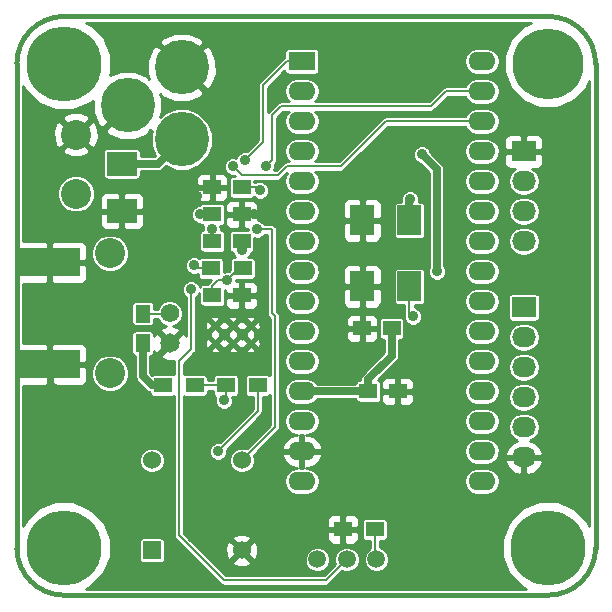
<source format=gbl>
G04 #@! TF.FileFunction,Copper,L2,Bot,Signal*
%FSLAX46Y46*%
G04 Gerber Fmt 4.6, Leading zero omitted, Abs format (unit mm)*
G04 Created by KiCad (PCBNEW 4.0.1-stable) date 2/26/2016 9:50:35 PM*
%MOMM*%
G01*
G04 APERTURE LIST*
%ADD10C,0.150000*%
%ADD11C,0.381000*%
%ADD12R,2.286000X1.574800*%
%ADD13O,2.286000X1.574800*%
%ADD14C,6.350000*%
%ADD15C,6.000000*%
%ADD16R,1.524000X1.524000*%
%ADD17C,1.524000*%
%ADD18C,1.500000*%
%ADD19C,0.400000*%
%ADD20R,1.500000X1.250000*%
%ADD21R,2.000000X2.500000*%
%ADD22R,2.500000X2.000000*%
%ADD23R,1.250000X1.500000*%
%ADD24R,2.032000X1.727200*%
%ADD25O,2.032000X1.727200*%
%ADD26R,1.500000X1.300000*%
%ADD27C,4.600000*%
%ADD28C,1.574800*%
%ADD29C,1.651000*%
%ADD30C,2.540000*%
%ADD31R,5.080000X2.413000*%
%ADD32C,0.889000*%
%ADD33C,0.203200*%
%ADD34C,0.635000*%
%ADD35C,0.254000*%
G04 APERTURE END LIST*
D10*
D11*
X0Y-45000000D02*
X0Y-4000000D01*
X45000000Y-49000000D02*
X4000000Y-49000000D01*
X49000000Y-4000000D02*
X49000000Y-45000000D01*
X4000000Y0D02*
X45000000Y0D01*
X0Y-45000000D02*
G75*
G03X4000000Y-49000000I4000000J0D01*
G01*
X45000000Y-49000000D02*
G75*
G03X49000000Y-45000000I0J4000000D01*
G01*
X49000000Y-4000000D02*
G75*
G03X45000000Y0I-4000000J0D01*
G01*
X4000000Y0D02*
G75*
G03X0Y-4000000I0J-4000000D01*
G01*
D12*
X24130000Y-3810000D03*
D13*
X24130000Y-6350000D03*
X24130000Y-8890000D03*
X24130000Y-11430000D03*
X24130000Y-13970000D03*
X24130000Y-16510000D03*
X24130000Y-19050000D03*
X24130000Y-21590000D03*
X24130000Y-24130000D03*
X24130000Y-26670000D03*
X24130000Y-29210000D03*
X24130000Y-31750000D03*
X24130000Y-34290000D03*
X24130000Y-36830000D03*
X24130000Y-39370000D03*
X39370000Y-39370000D03*
X39370000Y-36830000D03*
X39370000Y-34290000D03*
X39370000Y-31750000D03*
X39370000Y-29210000D03*
X39370000Y-26670000D03*
X39370000Y-24130000D03*
X39370000Y-21590000D03*
X39370000Y-19050000D03*
X39370000Y-16510000D03*
X39370000Y-13970000D03*
X39370000Y-11430000D03*
X39370000Y-8890000D03*
X39370000Y-6350000D03*
X39370000Y-3810000D03*
D14*
X4000000Y-4000000D03*
D15*
X45000000Y-4000000D03*
D14*
X4000000Y-45000000D03*
X45000000Y-45000000D03*
D16*
X11430000Y-45212000D03*
D17*
X19050000Y-45212000D03*
X19050000Y-37592000D03*
X11430000Y-37592000D03*
D18*
X25440000Y-45974000D03*
X27940000Y-45974000D03*
X30440000Y-45974000D03*
D19*
X16788000Y-27674000D03*
X18288000Y-27674000D03*
X16788000Y-26174000D03*
X18288000Y-26174000D03*
X19788000Y-27674000D03*
X19788000Y-26174000D03*
D20*
X19030000Y-14478000D03*
X16530000Y-14478000D03*
X29738000Y-31750000D03*
X32238000Y-31750000D03*
X16530000Y-19050000D03*
X19030000Y-19050000D03*
X16530000Y-16764000D03*
X19030000Y-16764000D03*
X31730000Y-26416000D03*
X29230000Y-26416000D03*
D21*
X33242000Y-17272000D03*
X29242000Y-17272000D03*
D22*
X8890000Y-12478000D03*
X8890000Y-16478000D03*
D21*
X33242000Y-22860000D03*
X29242000Y-22860000D03*
D20*
X19030000Y-23622000D03*
X16530000Y-23622000D03*
D23*
X10668000Y-27666000D03*
X10668000Y-25166000D03*
D24*
X42926000Y-11430000D03*
D25*
X42926000Y-13970000D03*
X42926000Y-16510000D03*
X42926000Y-19050000D03*
D26*
X20400000Y-31242000D03*
X17700000Y-31242000D03*
X16430000Y-21336000D03*
X19130000Y-21336000D03*
X27606000Y-43434000D03*
X30306000Y-43434000D03*
X15066000Y-31242000D03*
X12366000Y-31242000D03*
D27*
X13970000Y-4318000D03*
X13970000Y-10418000D03*
X9370000Y-7518000D03*
D24*
X42926000Y-24638000D03*
D25*
X42926000Y-27178000D03*
X42926000Y-29718000D03*
X42926000Y-32258000D03*
X42926000Y-34798000D03*
X42926000Y-37338000D03*
D28*
X12954000Y-25146000D03*
D29*
X12954000Y-27686000D03*
D30*
X7874000Y-30226000D03*
X7874000Y-20066000D03*
X5000000Y-15000000D03*
X5000000Y-10000000D03*
D31*
X2794000Y-20828000D03*
X2794000Y-29464000D03*
D32*
X19050000Y-19812000D03*
X20574000Y-14732000D03*
X33274000Y-15494000D03*
X33528000Y-25400000D03*
X35560000Y-21590000D03*
X34290000Y-11684000D03*
X17526000Y-32512000D03*
X14986000Y-21082000D03*
X18288000Y-12700000D03*
X20320000Y-18034000D03*
X15494000Y-16764000D03*
X21082000Y-12700000D03*
X19304000Y-12192000D03*
X16510000Y-18034000D03*
X17780000Y-22352000D03*
X17018000Y-36830000D03*
X14732000Y-23114000D03*
X15240000Y-15240000D03*
X28448000Y-13970000D03*
X2794000Y-18796000D03*
X28702000Y-34290000D03*
X28448000Y-39116000D03*
X20066000Y-16764000D03*
X3048000Y-31496000D03*
D33*
X19030000Y-19050000D02*
X19030000Y-19792000D01*
X19030000Y-19792000D02*
X19050000Y-19812000D01*
X20320000Y-14478000D02*
X19030000Y-14478000D01*
X20574000Y-14732000D02*
X20320000Y-14478000D01*
D34*
X33242000Y-17272000D02*
X33242000Y-15526000D01*
X33242000Y-15526000D02*
X33274000Y-15494000D01*
X24130000Y-31750000D02*
X29738000Y-31750000D01*
X29738000Y-31750000D02*
X29738000Y-30714000D01*
X29738000Y-30714000D02*
X31730000Y-28722000D01*
X31730000Y-28722000D02*
X31730000Y-26416000D01*
D33*
X33242000Y-25114000D02*
X33242000Y-22860000D01*
X33528000Y-25400000D02*
X33242000Y-25114000D01*
D34*
X8890000Y-12478000D02*
X11910000Y-12478000D01*
X11910000Y-12478000D02*
X13970000Y-10418000D01*
X35560000Y-21590000D02*
X35560000Y-12954000D01*
X35560000Y-12954000D02*
X34290000Y-11684000D01*
D33*
X11910000Y-12478000D02*
X13970000Y-10418000D01*
X17700000Y-31242000D02*
X17700000Y-32338000D01*
X17700000Y-32338000D02*
X17526000Y-32512000D01*
X15066000Y-31242000D02*
X17700000Y-31242000D01*
X15240000Y-21336000D02*
X16430000Y-21336000D01*
X14986000Y-21082000D02*
X15240000Y-21336000D01*
X10668000Y-25166000D02*
X12934000Y-25166000D01*
X12934000Y-25166000D02*
X12954000Y-25146000D01*
X31242000Y-8890000D02*
X39370000Y-8890000D01*
X27432000Y-12700000D02*
X31242000Y-8890000D01*
X22860000Y-12700000D02*
X27432000Y-12700000D01*
X22098000Y-13462000D02*
X22860000Y-12700000D01*
X19050000Y-13462000D02*
X22098000Y-13462000D01*
X18288000Y-12700000D02*
X19050000Y-13462000D01*
X21844000Y-34798000D02*
X19050000Y-37592000D01*
X21844000Y-25400000D02*
X21844000Y-34798000D01*
X21590000Y-25146000D02*
X21844000Y-25400000D01*
X21590000Y-18034000D02*
X21590000Y-25146000D01*
X20320000Y-18034000D02*
X21590000Y-18034000D01*
X15494000Y-16764000D02*
X16530000Y-16764000D01*
X36322000Y-6350000D02*
X39370000Y-6350000D01*
X35052000Y-7620000D02*
X36322000Y-6350000D01*
X22352000Y-7620000D02*
X35052000Y-7620000D01*
X21590000Y-8382000D02*
X22352000Y-7620000D01*
X21590000Y-12192000D02*
X21590000Y-8382000D01*
X21082000Y-12700000D02*
X21590000Y-12192000D01*
X22860000Y-3810000D02*
X24130000Y-3810000D01*
X20828000Y-5842000D02*
X22860000Y-3810000D01*
X20828000Y-10668000D02*
X20828000Y-5842000D01*
X19304000Y-12192000D02*
X20828000Y-10668000D01*
X16530000Y-19050000D02*
X16530000Y-18054000D01*
X16530000Y-18054000D02*
X16510000Y-18034000D01*
X16530000Y-23622000D02*
X16530000Y-22840000D01*
X17018000Y-22352000D02*
X17780000Y-22352000D01*
X16530000Y-22840000D02*
X17018000Y-22352000D01*
X19130000Y-21336000D02*
X18796000Y-21336000D01*
X18796000Y-21336000D02*
X17780000Y-22352000D01*
D34*
X12366000Y-31242000D02*
X11430000Y-31242000D01*
X11430000Y-31242000D02*
X10668000Y-30480000D01*
X10668000Y-30480000D02*
X10668000Y-27666000D01*
D33*
X11430000Y-31242000D02*
X10668000Y-30480000D01*
X20400000Y-33448000D02*
X20400000Y-31242000D01*
X17018000Y-36830000D02*
X20400000Y-33448000D01*
X30306000Y-43434000D02*
X30306000Y-45840000D01*
X30306000Y-45840000D02*
X30440000Y-45974000D01*
X27940000Y-45974000D02*
X26162000Y-47752000D01*
X14732000Y-28194000D02*
X14732000Y-23114000D01*
X13716000Y-29210000D02*
X14732000Y-28194000D01*
X13716000Y-43942000D02*
X13716000Y-29210000D01*
X17526000Y-47752000D02*
X13716000Y-43942000D01*
X26162000Y-47752000D02*
X17526000Y-47752000D01*
X16530000Y-14478000D02*
X15240000Y-14478000D01*
X15240000Y-14478000D02*
X15240000Y-15240000D01*
X16530000Y-14478000D02*
X16510000Y-14478000D01*
X2794000Y-20828000D02*
X2794000Y-18796000D01*
X16002000Y-14478000D02*
X16530000Y-14478000D01*
X20066000Y-16764000D02*
X19030000Y-16764000D01*
X19030000Y-16764000D02*
X18816000Y-16764000D01*
X29242000Y-17272000D02*
X29718000Y-16796000D01*
X3048000Y-29210000D02*
X3048000Y-31496000D01*
X3048000Y-29210000D02*
X3048000Y-31496000D01*
D35*
G36*
X42871782Y-808872D02*
X41812591Y-1866216D01*
X41238654Y-3248409D01*
X41237348Y-4745025D01*
X41808872Y-6128218D01*
X42866216Y-7187409D01*
X44248409Y-7761346D01*
X45745025Y-7762652D01*
X47128218Y-7191128D01*
X48187409Y-6133784D01*
X48479300Y-5430833D01*
X48479300Y-43110949D01*
X48339572Y-42772782D01*
X47233043Y-41664320D01*
X45786553Y-41063685D01*
X44220318Y-41062318D01*
X42772782Y-41660428D01*
X41664320Y-42766957D01*
X41063685Y-44213447D01*
X41062318Y-45779682D01*
X41660428Y-47227218D01*
X42766957Y-48335680D01*
X43112832Y-48479300D01*
X5889051Y-48479300D01*
X6227218Y-48339572D01*
X7335680Y-47233043D01*
X7936315Y-45786553D01*
X7937481Y-44450000D01*
X10331331Y-44450000D01*
X10331331Y-45974000D01*
X10354356Y-46096365D01*
X10426673Y-46208749D01*
X10537017Y-46284144D01*
X10668000Y-46310669D01*
X12192000Y-46310669D01*
X12314365Y-46287644D01*
X12426749Y-46215327D01*
X12502144Y-46104983D01*
X12528669Y-45974000D01*
X12528669Y-44450000D01*
X12505644Y-44327635D01*
X12433327Y-44215251D01*
X12322983Y-44139856D01*
X12192000Y-44113331D01*
X10668000Y-44113331D01*
X10545635Y-44136356D01*
X10433251Y-44208673D01*
X10357856Y-44319017D01*
X10331331Y-44450000D01*
X7937481Y-44450000D01*
X7937682Y-44220318D01*
X7339572Y-42772782D01*
X6233043Y-41664320D01*
X4786553Y-41063685D01*
X3220318Y-41062318D01*
X1772782Y-41660428D01*
X664320Y-42766957D01*
X520700Y-43112832D01*
X520700Y-37808299D01*
X10337611Y-37808299D01*
X10503538Y-38209873D01*
X10810511Y-38517382D01*
X11211795Y-38684010D01*
X11646299Y-38684389D01*
X12047873Y-38518462D01*
X12355382Y-38211489D01*
X12522010Y-37810205D01*
X12522389Y-37375701D01*
X12356462Y-36974127D01*
X12049489Y-36666618D01*
X11648205Y-36499990D01*
X11213701Y-36499611D01*
X10812127Y-36665538D01*
X10504618Y-36972511D01*
X10337990Y-37373795D01*
X10337611Y-37808299D01*
X520700Y-37808299D01*
X520700Y-31305500D01*
X2508250Y-31305500D01*
X2667000Y-31146750D01*
X2667000Y-29591000D01*
X2921000Y-29591000D01*
X2921000Y-31146750D01*
X3079750Y-31305500D01*
X5460309Y-31305500D01*
X5693698Y-31208827D01*
X5872327Y-31030199D01*
X5969000Y-30796810D01*
X5969000Y-30542903D01*
X6273523Y-30542903D01*
X6516625Y-31131256D01*
X6966376Y-31581793D01*
X7554304Y-31825922D01*
X8190903Y-31826477D01*
X8779256Y-31583375D01*
X9229793Y-31133624D01*
X9473922Y-30545696D01*
X9474477Y-29909097D01*
X9231375Y-29320744D01*
X8781624Y-28870207D01*
X8193696Y-28626078D01*
X7557097Y-28625523D01*
X6968744Y-28868625D01*
X6518207Y-29318376D01*
X6274078Y-29906304D01*
X6273523Y-30542903D01*
X5969000Y-30542903D01*
X5969000Y-29749750D01*
X5810250Y-29591000D01*
X2921000Y-29591000D01*
X2667000Y-29591000D01*
X2647000Y-29591000D01*
X2647000Y-29337000D01*
X2667000Y-29337000D01*
X2667000Y-27781250D01*
X2921000Y-27781250D01*
X2921000Y-29337000D01*
X5810250Y-29337000D01*
X5969000Y-29178250D01*
X5969000Y-28131190D01*
X5872327Y-27897801D01*
X5693698Y-27719173D01*
X5460309Y-27622500D01*
X3079750Y-27622500D01*
X2921000Y-27781250D01*
X2667000Y-27781250D01*
X2508250Y-27622500D01*
X520700Y-27622500D01*
X520700Y-26916000D01*
X9706331Y-26916000D01*
X9706331Y-28416000D01*
X9729356Y-28538365D01*
X9801673Y-28650749D01*
X9912017Y-28726144D01*
X10020300Y-28748072D01*
X10020300Y-30480000D01*
X10069603Y-30727864D01*
X10210007Y-30937993D01*
X10972007Y-31699993D01*
X11182136Y-31840397D01*
X11279331Y-31859730D01*
X11279331Y-31892000D01*
X11302356Y-32014365D01*
X11374673Y-32126749D01*
X11485017Y-32202144D01*
X11616000Y-32228669D01*
X13116000Y-32228669D01*
X13238365Y-32205644D01*
X13284200Y-32176150D01*
X13284200Y-43942000D01*
X13317069Y-44107243D01*
X13383300Y-44206365D01*
X13410671Y-44247329D01*
X17220669Y-48057326D01*
X17220671Y-48057329D01*
X17360757Y-48150931D01*
X17388173Y-48156385D01*
X17526000Y-48183801D01*
X17526005Y-48183800D01*
X26162000Y-48183800D01*
X26327243Y-48150931D01*
X26467329Y-48057329D01*
X27545037Y-46979621D01*
X27724192Y-47054012D01*
X28153922Y-47054387D01*
X28551085Y-46890283D01*
X28855215Y-46586683D01*
X29020012Y-46189808D01*
X29020387Y-45760078D01*
X28856283Y-45362915D01*
X28552683Y-45058785D01*
X28155808Y-44893988D01*
X27726078Y-44893613D01*
X27328915Y-45057717D01*
X27024785Y-45361317D01*
X26859988Y-45758192D01*
X26859613Y-46187922D01*
X26934406Y-46368936D01*
X25983142Y-47320200D01*
X17704857Y-47320200D01*
X16576871Y-46192213D01*
X18249392Y-46192213D01*
X18318857Y-46434397D01*
X18842302Y-46621144D01*
X19397368Y-46593362D01*
X19781143Y-46434397D01*
X19850608Y-46192213D01*
X19846317Y-46187922D01*
X24359613Y-46187922D01*
X24523717Y-46585085D01*
X24827317Y-46889215D01*
X25224192Y-47054012D01*
X25653922Y-47054387D01*
X26051085Y-46890283D01*
X26355215Y-46586683D01*
X26520012Y-46189808D01*
X26520387Y-45760078D01*
X26356283Y-45362915D01*
X26052683Y-45058785D01*
X25655808Y-44893988D01*
X25226078Y-44893613D01*
X24828915Y-45057717D01*
X24524785Y-45361317D01*
X24359988Y-45758192D01*
X24359613Y-46187922D01*
X19846317Y-46187922D01*
X19050000Y-45391605D01*
X18249392Y-46192213D01*
X16576871Y-46192213D01*
X15388960Y-45004302D01*
X17640856Y-45004302D01*
X17668638Y-45559368D01*
X17827603Y-45943143D01*
X18069787Y-46012608D01*
X18870395Y-45212000D01*
X19229605Y-45212000D01*
X20030213Y-46012608D01*
X20272397Y-45943143D01*
X20459144Y-45419698D01*
X20431362Y-44864632D01*
X20272397Y-44480857D01*
X20030213Y-44411392D01*
X19229605Y-45212000D01*
X18870395Y-45212000D01*
X18069787Y-44411392D01*
X17827603Y-44480857D01*
X17640856Y-45004302D01*
X15388960Y-45004302D01*
X14616445Y-44231787D01*
X18249392Y-44231787D01*
X19050000Y-45032395D01*
X19850608Y-44231787D01*
X19781143Y-43989603D01*
X19257698Y-43802856D01*
X18702632Y-43830638D01*
X18318857Y-43989603D01*
X18249392Y-44231787D01*
X14616445Y-44231787D01*
X14147800Y-43763142D01*
X14147800Y-43719750D01*
X26221000Y-43719750D01*
X26221000Y-44210310D01*
X26317673Y-44443699D01*
X26496302Y-44622327D01*
X26729691Y-44719000D01*
X27320250Y-44719000D01*
X27479000Y-44560250D01*
X27479000Y-43561000D01*
X27733000Y-43561000D01*
X27733000Y-44560250D01*
X27891750Y-44719000D01*
X28482309Y-44719000D01*
X28715698Y-44622327D01*
X28894327Y-44443699D01*
X28991000Y-44210310D01*
X28991000Y-43719750D01*
X28832250Y-43561000D01*
X27733000Y-43561000D01*
X27479000Y-43561000D01*
X26379750Y-43561000D01*
X26221000Y-43719750D01*
X14147800Y-43719750D01*
X14147800Y-42657690D01*
X26221000Y-42657690D01*
X26221000Y-43148250D01*
X26379750Y-43307000D01*
X27479000Y-43307000D01*
X27479000Y-42307750D01*
X27733000Y-42307750D01*
X27733000Y-43307000D01*
X28832250Y-43307000D01*
X28991000Y-43148250D01*
X28991000Y-42784000D01*
X29219331Y-42784000D01*
X29219331Y-44084000D01*
X29242356Y-44206365D01*
X29314673Y-44318749D01*
X29425017Y-44394144D01*
X29556000Y-44420669D01*
X29874200Y-44420669D01*
X29874200Y-45039006D01*
X29828915Y-45057717D01*
X29524785Y-45361317D01*
X29359988Y-45758192D01*
X29359613Y-46187922D01*
X29523717Y-46585085D01*
X29827317Y-46889215D01*
X30224192Y-47054012D01*
X30653922Y-47054387D01*
X31051085Y-46890283D01*
X31355215Y-46586683D01*
X31520012Y-46189808D01*
X31520387Y-45760078D01*
X31356283Y-45362915D01*
X31052683Y-45058785D01*
X30737800Y-44928034D01*
X30737800Y-44420669D01*
X31056000Y-44420669D01*
X31178365Y-44397644D01*
X31290749Y-44325327D01*
X31366144Y-44214983D01*
X31392669Y-44084000D01*
X31392669Y-42784000D01*
X31369644Y-42661635D01*
X31297327Y-42549251D01*
X31186983Y-42473856D01*
X31056000Y-42447331D01*
X29556000Y-42447331D01*
X29433635Y-42470356D01*
X29321251Y-42542673D01*
X29245856Y-42653017D01*
X29219331Y-42784000D01*
X28991000Y-42784000D01*
X28991000Y-42657690D01*
X28894327Y-42424301D01*
X28715698Y-42245673D01*
X28482309Y-42149000D01*
X27891750Y-42149000D01*
X27733000Y-42307750D01*
X27479000Y-42307750D01*
X27320250Y-42149000D01*
X26729691Y-42149000D01*
X26496302Y-42245673D01*
X26317673Y-42424301D01*
X26221000Y-42657690D01*
X14147800Y-42657690D01*
X14147800Y-32176715D01*
X14185017Y-32202144D01*
X14316000Y-32228669D01*
X15816000Y-32228669D01*
X15938365Y-32205644D01*
X16050749Y-32133327D01*
X16126144Y-32022983D01*
X16152669Y-31892000D01*
X16152669Y-31673800D01*
X16613331Y-31673800D01*
X16613331Y-31892000D01*
X16636356Y-32014365D01*
X16708673Y-32126749D01*
X16816535Y-32200448D01*
X16751435Y-32357227D01*
X16751166Y-32665421D01*
X16868859Y-32950259D01*
X17086595Y-33168376D01*
X17371227Y-33286565D01*
X17679421Y-33286834D01*
X17964259Y-33169141D01*
X18182376Y-32951405D01*
X18300565Y-32666773D01*
X18300834Y-32358579D01*
X18247156Y-32228669D01*
X18450000Y-32228669D01*
X18572365Y-32205644D01*
X18684749Y-32133327D01*
X18760144Y-32022983D01*
X18786669Y-31892000D01*
X18786669Y-30592000D01*
X18763644Y-30469635D01*
X18691327Y-30357251D01*
X18580983Y-30281856D01*
X18450000Y-30255331D01*
X16950000Y-30255331D01*
X16827635Y-30278356D01*
X16715251Y-30350673D01*
X16639856Y-30461017D01*
X16613331Y-30592000D01*
X16613331Y-30810200D01*
X16152669Y-30810200D01*
X16152669Y-30592000D01*
X16129644Y-30469635D01*
X16057327Y-30357251D01*
X15946983Y-30281856D01*
X15816000Y-30255331D01*
X14316000Y-30255331D01*
X14193635Y-30278356D01*
X14147800Y-30307850D01*
X14147800Y-29388858D01*
X15037329Y-28499329D01*
X15054162Y-28474136D01*
X15092489Y-28416775D01*
X16371950Y-28416775D01*
X16687867Y-28519450D01*
X17019029Y-28493413D01*
X17204050Y-28416775D01*
X17871950Y-28416775D01*
X18187867Y-28519450D01*
X18519029Y-28493413D01*
X18704050Y-28416775D01*
X19371950Y-28416775D01*
X19687867Y-28519450D01*
X20019029Y-28493413D01*
X20204050Y-28416775D01*
X20201906Y-28229328D01*
X19788000Y-27815421D01*
X19374094Y-28229328D01*
X19371950Y-28416775D01*
X18704050Y-28416775D01*
X18701906Y-28229328D01*
X18288000Y-27815421D01*
X17874094Y-28229328D01*
X17871950Y-28416775D01*
X17204050Y-28416775D01*
X17201906Y-28229328D01*
X16788000Y-27815421D01*
X16374094Y-28229328D01*
X16371950Y-28416775D01*
X15092489Y-28416775D01*
X15130931Y-28359243D01*
X15163800Y-28194000D01*
X15163800Y-27573867D01*
X15942550Y-27573867D01*
X15968587Y-27905029D01*
X16045225Y-28090050D01*
X16232672Y-28087906D01*
X16646579Y-27674000D01*
X16929421Y-27674000D01*
X17343328Y-28087906D01*
X17530775Y-28090050D01*
X17537128Y-28070502D01*
X17545225Y-28090050D01*
X17732672Y-28087906D01*
X18146579Y-27674000D01*
X18429421Y-27674000D01*
X18843328Y-28087906D01*
X19030775Y-28090050D01*
X19037128Y-28070502D01*
X19045225Y-28090050D01*
X19232672Y-28087906D01*
X19646579Y-27674000D01*
X19929421Y-27674000D01*
X20343328Y-28087906D01*
X20530775Y-28090050D01*
X20633450Y-27774133D01*
X20607413Y-27442971D01*
X20530775Y-27257950D01*
X20343328Y-27260094D01*
X19929421Y-27674000D01*
X19646579Y-27674000D01*
X19232672Y-27260094D01*
X19045225Y-27257950D01*
X19038872Y-27277498D01*
X19030775Y-27257950D01*
X18843328Y-27260094D01*
X18429421Y-27674000D01*
X18146579Y-27674000D01*
X17732672Y-27260094D01*
X17545225Y-27257950D01*
X17538872Y-27277498D01*
X17530775Y-27257950D01*
X17343328Y-27260094D01*
X16929421Y-27674000D01*
X16646579Y-27674000D01*
X16232672Y-27260094D01*
X16045225Y-27257950D01*
X15942550Y-27573867D01*
X15163800Y-27573867D01*
X15163800Y-26916775D01*
X16371950Y-26916775D01*
X16391498Y-26923128D01*
X16371950Y-26931225D01*
X16374094Y-27118672D01*
X16788000Y-27532579D01*
X17201906Y-27118672D01*
X17204050Y-26931225D01*
X17184502Y-26924872D01*
X17204050Y-26916775D01*
X17871950Y-26916775D01*
X17891498Y-26923128D01*
X17871950Y-26931225D01*
X17874094Y-27118672D01*
X18288000Y-27532579D01*
X18701906Y-27118672D01*
X18704050Y-26931225D01*
X18684502Y-26924872D01*
X18704050Y-26916775D01*
X19371950Y-26916775D01*
X19391498Y-26923128D01*
X19371950Y-26931225D01*
X19374094Y-27118672D01*
X19788000Y-27532579D01*
X20201906Y-27118672D01*
X20204050Y-26931225D01*
X20184502Y-26924872D01*
X20204050Y-26916775D01*
X20201906Y-26729328D01*
X19788000Y-26315421D01*
X19374094Y-26729328D01*
X19371950Y-26916775D01*
X18704050Y-26916775D01*
X18701906Y-26729328D01*
X18288000Y-26315421D01*
X17874094Y-26729328D01*
X17871950Y-26916775D01*
X17204050Y-26916775D01*
X17201906Y-26729328D01*
X16788000Y-26315421D01*
X16374094Y-26729328D01*
X16371950Y-26916775D01*
X15163800Y-26916775D01*
X15163800Y-26073867D01*
X15942550Y-26073867D01*
X15968587Y-26405029D01*
X16045225Y-26590050D01*
X16232672Y-26587906D01*
X16646579Y-26174000D01*
X16929421Y-26174000D01*
X17343328Y-26587906D01*
X17530775Y-26590050D01*
X17537128Y-26570502D01*
X17545225Y-26590050D01*
X17732672Y-26587906D01*
X18146579Y-26174000D01*
X18429421Y-26174000D01*
X18843328Y-26587906D01*
X19030775Y-26590050D01*
X19037128Y-26570502D01*
X19045225Y-26590050D01*
X19232672Y-26587906D01*
X19646579Y-26174000D01*
X19929421Y-26174000D01*
X20343328Y-26587906D01*
X20530775Y-26590050D01*
X20633450Y-26274133D01*
X20607413Y-25942971D01*
X20530775Y-25757950D01*
X20343328Y-25760094D01*
X19929421Y-26174000D01*
X19646579Y-26174000D01*
X19232672Y-25760094D01*
X19045225Y-25757950D01*
X19038872Y-25777498D01*
X19030775Y-25757950D01*
X18843328Y-25760094D01*
X18429421Y-26174000D01*
X18146579Y-26174000D01*
X17732672Y-25760094D01*
X17545225Y-25757950D01*
X17538872Y-25777498D01*
X17530775Y-25757950D01*
X17343328Y-25760094D01*
X16929421Y-26174000D01*
X16646579Y-26174000D01*
X16232672Y-25760094D01*
X16045225Y-25757950D01*
X15942550Y-26073867D01*
X15163800Y-26073867D01*
X15163800Y-25431225D01*
X16371950Y-25431225D01*
X16374094Y-25618672D01*
X16788000Y-26032579D01*
X17201906Y-25618672D01*
X17204050Y-25431225D01*
X17871950Y-25431225D01*
X17874094Y-25618672D01*
X18288000Y-26032579D01*
X18701906Y-25618672D01*
X18704050Y-25431225D01*
X19371950Y-25431225D01*
X19374094Y-25618672D01*
X19788000Y-26032579D01*
X20201906Y-25618672D01*
X20204050Y-25431225D01*
X19888133Y-25328550D01*
X19556971Y-25354587D01*
X19371950Y-25431225D01*
X18704050Y-25431225D01*
X18388133Y-25328550D01*
X18056971Y-25354587D01*
X17871950Y-25431225D01*
X17204050Y-25431225D01*
X16888133Y-25328550D01*
X16556971Y-25354587D01*
X16371950Y-25431225D01*
X15163800Y-25431225D01*
X15163800Y-23773810D01*
X15170259Y-23771141D01*
X15388376Y-23553405D01*
X15443331Y-23421058D01*
X15443331Y-24247000D01*
X15466356Y-24369365D01*
X15538673Y-24481749D01*
X15649017Y-24557144D01*
X15780000Y-24583669D01*
X17280000Y-24583669D01*
X17402365Y-24560644D01*
X17514749Y-24488327D01*
X17590144Y-24377983D01*
X17616669Y-24247000D01*
X17616669Y-23907750D01*
X17645000Y-23907750D01*
X17645000Y-24373310D01*
X17741673Y-24606699D01*
X17920302Y-24785327D01*
X18153691Y-24882000D01*
X18744250Y-24882000D01*
X18903000Y-24723250D01*
X18903000Y-23749000D01*
X19157000Y-23749000D01*
X19157000Y-24723250D01*
X19315750Y-24882000D01*
X19906309Y-24882000D01*
X20139698Y-24785327D01*
X20318327Y-24606699D01*
X20415000Y-24373310D01*
X20415000Y-23907750D01*
X20256250Y-23749000D01*
X19157000Y-23749000D01*
X18903000Y-23749000D01*
X17803750Y-23749000D01*
X17645000Y-23907750D01*
X17616669Y-23907750D01*
X17616669Y-23123011D01*
X17625227Y-23126565D01*
X17645000Y-23126582D01*
X17645000Y-23336250D01*
X17803750Y-23495000D01*
X18903000Y-23495000D01*
X18903000Y-22520750D01*
X19157000Y-22520750D01*
X19157000Y-23495000D01*
X20256250Y-23495000D01*
X20415000Y-23336250D01*
X20415000Y-22870690D01*
X20318327Y-22637301D01*
X20139698Y-22458673D01*
X19906309Y-22362000D01*
X19315750Y-22362000D01*
X19157000Y-22520750D01*
X18903000Y-22520750D01*
X18744250Y-22362000D01*
X18554691Y-22362000D01*
X18554726Y-22322669D01*
X19880000Y-22322669D01*
X20002365Y-22299644D01*
X20114749Y-22227327D01*
X20190144Y-22116983D01*
X20216669Y-21986000D01*
X20216669Y-20686000D01*
X20193644Y-20563635D01*
X20121327Y-20451251D01*
X20010983Y-20375856D01*
X19880000Y-20349331D01*
X19608279Y-20349331D01*
X19706376Y-20251405D01*
X19808120Y-20006378D01*
X19902365Y-19988644D01*
X20014749Y-19916327D01*
X20090144Y-19805983D01*
X20116669Y-19675000D01*
X20116669Y-18788402D01*
X20165227Y-18808565D01*
X20473421Y-18808834D01*
X20758259Y-18691141D01*
X20976376Y-18473405D01*
X20979534Y-18465800D01*
X21158200Y-18465800D01*
X21158200Y-25146000D01*
X21191069Y-25311243D01*
X21271238Y-25431225D01*
X21284671Y-25451329D01*
X21412200Y-25578858D01*
X21412200Y-30389689D01*
X21391327Y-30357251D01*
X21280983Y-30281856D01*
X21150000Y-30255331D01*
X19650000Y-30255331D01*
X19527635Y-30278356D01*
X19415251Y-30350673D01*
X19339856Y-30461017D01*
X19313331Y-30592000D01*
X19313331Y-31892000D01*
X19336356Y-32014365D01*
X19408673Y-32126749D01*
X19519017Y-32202144D01*
X19650000Y-32228669D01*
X19968200Y-32228669D01*
X19968200Y-33269142D01*
X17179227Y-36058115D01*
X17172773Y-36055435D01*
X16864579Y-36055166D01*
X16579741Y-36172859D01*
X16361624Y-36390595D01*
X16243435Y-36675227D01*
X16243166Y-36983421D01*
X16360859Y-37268259D01*
X16578595Y-37486376D01*
X16863227Y-37604565D01*
X17171421Y-37604834D01*
X17456259Y-37487141D01*
X17674376Y-37269405D01*
X17792565Y-36984773D01*
X17792834Y-36676579D01*
X17789689Y-36668969D01*
X20705329Y-33753329D01*
X20798931Y-33613243D01*
X20831800Y-33448000D01*
X20831800Y-32228669D01*
X21150000Y-32228669D01*
X21272365Y-32205644D01*
X21384749Y-32133327D01*
X21412200Y-32093151D01*
X21412200Y-34619143D01*
X19454144Y-36577199D01*
X19268205Y-36499990D01*
X18833701Y-36499611D01*
X18432127Y-36665538D01*
X18124618Y-36972511D01*
X17957990Y-37373795D01*
X17957611Y-37808299D01*
X18123538Y-38209873D01*
X18430511Y-38517382D01*
X18831795Y-38684010D01*
X19266299Y-38684389D01*
X19667873Y-38518462D01*
X19975382Y-38211489D01*
X20142010Y-37810205D01*
X20142389Y-37375701D01*
X20064781Y-37187876D01*
X20075597Y-37177060D01*
X22394990Y-37177060D01*
X22411673Y-37256996D01*
X22678809Y-37745986D01*
X23112738Y-38095525D01*
X23647400Y-38252400D01*
X23745538Y-38252400D01*
X23317851Y-38337472D01*
X22955275Y-38579737D01*
X22713010Y-38942313D01*
X22627938Y-39370000D01*
X22713010Y-39797687D01*
X22955275Y-40160263D01*
X23317851Y-40402528D01*
X23745538Y-40487600D01*
X24514462Y-40487600D01*
X24942149Y-40402528D01*
X25304725Y-40160263D01*
X25546990Y-39797687D01*
X25632062Y-39370000D01*
X37867938Y-39370000D01*
X37953010Y-39797687D01*
X38195275Y-40160263D01*
X38557851Y-40402528D01*
X38985538Y-40487600D01*
X39754462Y-40487600D01*
X40182149Y-40402528D01*
X40544725Y-40160263D01*
X40786990Y-39797687D01*
X40872062Y-39370000D01*
X40786990Y-38942313D01*
X40544725Y-38579737D01*
X40182149Y-38337472D01*
X39754462Y-38252400D01*
X38985538Y-38252400D01*
X38557851Y-38337472D01*
X38195275Y-38579737D01*
X37953010Y-38942313D01*
X37867938Y-39370000D01*
X25632062Y-39370000D01*
X25546990Y-38942313D01*
X25304725Y-38579737D01*
X24942149Y-38337472D01*
X24514462Y-38252400D01*
X24612600Y-38252400D01*
X25147262Y-38095525D01*
X25581191Y-37745986D01*
X25848327Y-37256996D01*
X25865010Y-37177060D01*
X25742852Y-36957000D01*
X24257000Y-36957000D01*
X24257000Y-38252400D01*
X24003000Y-38252400D01*
X24003000Y-36957000D01*
X22517148Y-36957000D01*
X22394990Y-37177060D01*
X20075597Y-37177060D01*
X20422657Y-36830000D01*
X37867938Y-36830000D01*
X37953010Y-37257687D01*
X38195275Y-37620263D01*
X38557851Y-37862528D01*
X38985538Y-37947600D01*
X39754462Y-37947600D01*
X40182149Y-37862528D01*
X40429840Y-37697026D01*
X41318642Y-37697026D01*
X41321291Y-37712791D01*
X41575268Y-38240036D01*
X42011680Y-38629954D01*
X42564087Y-38823184D01*
X42799000Y-38678924D01*
X42799000Y-37465000D01*
X43053000Y-37465000D01*
X43053000Y-38678924D01*
X43287913Y-38823184D01*
X43840320Y-38629954D01*
X44276732Y-38240036D01*
X44530709Y-37712791D01*
X44533358Y-37697026D01*
X44412217Y-37465000D01*
X43053000Y-37465000D01*
X42799000Y-37465000D01*
X41439783Y-37465000D01*
X41318642Y-37697026D01*
X40429840Y-37697026D01*
X40544725Y-37620263D01*
X40786990Y-37257687D01*
X40842429Y-36978974D01*
X41318642Y-36978974D01*
X41439783Y-37211000D01*
X42799000Y-37211000D01*
X42799000Y-37191000D01*
X43053000Y-37191000D01*
X43053000Y-37211000D01*
X44412217Y-37211000D01*
X44533358Y-36978974D01*
X44530709Y-36963209D01*
X44276732Y-36435964D01*
X43840320Y-36046046D01*
X43474815Y-35918194D01*
X43561621Y-35900927D01*
X43948918Y-35642144D01*
X44207701Y-35254847D01*
X44298574Y-34798000D01*
X44207701Y-34341153D01*
X43948918Y-33953856D01*
X43561621Y-33695073D01*
X43104774Y-33604200D01*
X42747226Y-33604200D01*
X42290379Y-33695073D01*
X41903082Y-33953856D01*
X41644299Y-34341153D01*
X41553426Y-34798000D01*
X41644299Y-35254847D01*
X41903082Y-35642144D01*
X42290379Y-35900927D01*
X42377185Y-35918194D01*
X42011680Y-36046046D01*
X41575268Y-36435964D01*
X41321291Y-36963209D01*
X41318642Y-36978974D01*
X40842429Y-36978974D01*
X40872062Y-36830000D01*
X40786990Y-36402313D01*
X40544725Y-36039737D01*
X40182149Y-35797472D01*
X39754462Y-35712400D01*
X38985538Y-35712400D01*
X38557851Y-35797472D01*
X38195275Y-36039737D01*
X37953010Y-36402313D01*
X37867938Y-36830000D01*
X20422657Y-36830000D01*
X20769717Y-36482940D01*
X22394990Y-36482940D01*
X22517148Y-36703000D01*
X24003000Y-36703000D01*
X24003000Y-35407600D01*
X24257000Y-35407600D01*
X24257000Y-36703000D01*
X25742852Y-36703000D01*
X25865010Y-36482940D01*
X25848327Y-36403004D01*
X25581191Y-35914014D01*
X25147262Y-35564475D01*
X24612600Y-35407600D01*
X24514462Y-35407600D01*
X24942149Y-35322528D01*
X25304725Y-35080263D01*
X25546990Y-34717687D01*
X25632062Y-34290000D01*
X37867938Y-34290000D01*
X37953010Y-34717687D01*
X38195275Y-35080263D01*
X38557851Y-35322528D01*
X38985538Y-35407600D01*
X39754462Y-35407600D01*
X40182149Y-35322528D01*
X40544725Y-35080263D01*
X40786990Y-34717687D01*
X40872062Y-34290000D01*
X40786990Y-33862313D01*
X40544725Y-33499737D01*
X40182149Y-33257472D01*
X39754462Y-33172400D01*
X38985538Y-33172400D01*
X38557851Y-33257472D01*
X38195275Y-33499737D01*
X37953010Y-33862313D01*
X37867938Y-34290000D01*
X25632062Y-34290000D01*
X25546990Y-33862313D01*
X25304725Y-33499737D01*
X24942149Y-33257472D01*
X24514462Y-33172400D01*
X23745538Y-33172400D01*
X23317851Y-33257472D01*
X22955275Y-33499737D01*
X22713010Y-33862313D01*
X22627938Y-34290000D01*
X22713010Y-34717687D01*
X22955275Y-35080263D01*
X23317851Y-35322528D01*
X23745538Y-35407600D01*
X23647400Y-35407600D01*
X23112738Y-35564475D01*
X22678809Y-35914014D01*
X22411673Y-36403004D01*
X22394990Y-36482940D01*
X20769717Y-36482940D01*
X22149326Y-35103331D01*
X22149329Y-35103329D01*
X22242931Y-34963243D01*
X22248385Y-34935827D01*
X22275801Y-34798000D01*
X22275800Y-34797995D01*
X22275800Y-31750000D01*
X22627938Y-31750000D01*
X22713010Y-32177687D01*
X22955275Y-32540263D01*
X23317851Y-32782528D01*
X23745538Y-32867600D01*
X24514462Y-32867600D01*
X24942149Y-32782528D01*
X25304725Y-32540263D01*
X25399982Y-32397700D01*
X28655602Y-32397700D01*
X28674356Y-32497365D01*
X28746673Y-32609749D01*
X28857017Y-32685144D01*
X28988000Y-32711669D01*
X30488000Y-32711669D01*
X30610365Y-32688644D01*
X30722749Y-32616327D01*
X30798144Y-32505983D01*
X30824669Y-32375000D01*
X30824669Y-32035750D01*
X30853000Y-32035750D01*
X30853000Y-32501310D01*
X30949673Y-32734699D01*
X31128302Y-32913327D01*
X31361691Y-33010000D01*
X31952250Y-33010000D01*
X32111000Y-32851250D01*
X32111000Y-31877000D01*
X32365000Y-31877000D01*
X32365000Y-32851250D01*
X32523750Y-33010000D01*
X33114309Y-33010000D01*
X33347698Y-32913327D01*
X33526327Y-32734699D01*
X33623000Y-32501310D01*
X33623000Y-32035750D01*
X33464250Y-31877000D01*
X32365000Y-31877000D01*
X32111000Y-31877000D01*
X31011750Y-31877000D01*
X30853000Y-32035750D01*
X30824669Y-32035750D01*
X30824669Y-31750000D01*
X37867938Y-31750000D01*
X37953010Y-32177687D01*
X38195275Y-32540263D01*
X38557851Y-32782528D01*
X38985538Y-32867600D01*
X39754462Y-32867600D01*
X40182149Y-32782528D01*
X40544725Y-32540263D01*
X40733326Y-32258000D01*
X41553426Y-32258000D01*
X41644299Y-32714847D01*
X41903082Y-33102144D01*
X42290379Y-33360927D01*
X42747226Y-33451800D01*
X43104774Y-33451800D01*
X43561621Y-33360927D01*
X43948918Y-33102144D01*
X44207701Y-32714847D01*
X44298574Y-32258000D01*
X44207701Y-31801153D01*
X43948918Y-31413856D01*
X43561621Y-31155073D01*
X43104774Y-31064200D01*
X42747226Y-31064200D01*
X42290379Y-31155073D01*
X41903082Y-31413856D01*
X41644299Y-31801153D01*
X41553426Y-32258000D01*
X40733326Y-32258000D01*
X40786990Y-32177687D01*
X40872062Y-31750000D01*
X40786990Y-31322313D01*
X40544725Y-30959737D01*
X40182149Y-30717472D01*
X39754462Y-30632400D01*
X38985538Y-30632400D01*
X38557851Y-30717472D01*
X38195275Y-30959737D01*
X37953010Y-31322313D01*
X37867938Y-31750000D01*
X30824669Y-31750000D01*
X30824669Y-31125000D01*
X30801644Y-31002635D01*
X30799106Y-30998690D01*
X30853000Y-30998690D01*
X30853000Y-31464250D01*
X31011750Y-31623000D01*
X32111000Y-31623000D01*
X32111000Y-30648750D01*
X32365000Y-30648750D01*
X32365000Y-31623000D01*
X33464250Y-31623000D01*
X33623000Y-31464250D01*
X33623000Y-30998690D01*
X33526327Y-30765301D01*
X33347698Y-30586673D01*
X33114309Y-30490000D01*
X32523750Y-30490000D01*
X32365000Y-30648750D01*
X32111000Y-30648750D01*
X31952250Y-30490000D01*
X31361691Y-30490000D01*
X31128302Y-30586673D01*
X30949673Y-30765301D01*
X30853000Y-30998690D01*
X30799106Y-30998690D01*
X30729327Y-30890251D01*
X30618983Y-30814856D01*
X30564220Y-30803766D01*
X32157986Y-29210000D01*
X37867938Y-29210000D01*
X37953010Y-29637687D01*
X38195275Y-30000263D01*
X38557851Y-30242528D01*
X38985538Y-30327600D01*
X39754462Y-30327600D01*
X40182149Y-30242528D01*
X40544725Y-30000263D01*
X40733326Y-29718000D01*
X41553426Y-29718000D01*
X41644299Y-30174847D01*
X41903082Y-30562144D01*
X42290379Y-30820927D01*
X42747226Y-30911800D01*
X43104774Y-30911800D01*
X43561621Y-30820927D01*
X43948918Y-30562144D01*
X44207701Y-30174847D01*
X44298574Y-29718000D01*
X44207701Y-29261153D01*
X43948918Y-28873856D01*
X43561621Y-28615073D01*
X43104774Y-28524200D01*
X42747226Y-28524200D01*
X42290379Y-28615073D01*
X41903082Y-28873856D01*
X41644299Y-29261153D01*
X41553426Y-29718000D01*
X40733326Y-29718000D01*
X40786990Y-29637687D01*
X40872062Y-29210000D01*
X40786990Y-28782313D01*
X40544725Y-28419737D01*
X40182149Y-28177472D01*
X39754462Y-28092400D01*
X38985538Y-28092400D01*
X38557851Y-28177472D01*
X38195275Y-28419737D01*
X37953010Y-28782313D01*
X37867938Y-29210000D01*
X32157986Y-29210000D01*
X32187993Y-29179993D01*
X32328397Y-28969865D01*
X32377700Y-28722000D01*
X32377700Y-27377669D01*
X32480000Y-27377669D01*
X32602365Y-27354644D01*
X32714749Y-27282327D01*
X32790144Y-27171983D01*
X32816669Y-27041000D01*
X32816669Y-26670000D01*
X37867938Y-26670000D01*
X37953010Y-27097687D01*
X38195275Y-27460263D01*
X38557851Y-27702528D01*
X38985538Y-27787600D01*
X39754462Y-27787600D01*
X40182149Y-27702528D01*
X40544725Y-27460263D01*
X40733326Y-27178000D01*
X41553426Y-27178000D01*
X41644299Y-27634847D01*
X41903082Y-28022144D01*
X42290379Y-28280927D01*
X42747226Y-28371800D01*
X43104774Y-28371800D01*
X43561621Y-28280927D01*
X43948918Y-28022144D01*
X44207701Y-27634847D01*
X44298574Y-27178000D01*
X44207701Y-26721153D01*
X43948918Y-26333856D01*
X43561621Y-26075073D01*
X43104774Y-25984200D01*
X42747226Y-25984200D01*
X42290379Y-26075073D01*
X41903082Y-26333856D01*
X41644299Y-26721153D01*
X41553426Y-27178000D01*
X40733326Y-27178000D01*
X40786990Y-27097687D01*
X40872062Y-26670000D01*
X40786990Y-26242313D01*
X40544725Y-25879737D01*
X40182149Y-25637472D01*
X39754462Y-25552400D01*
X38985538Y-25552400D01*
X38557851Y-25637472D01*
X38195275Y-25879737D01*
X37953010Y-26242313D01*
X37867938Y-26670000D01*
X32816669Y-26670000D01*
X32816669Y-25791000D01*
X32793644Y-25668635D01*
X32721327Y-25556251D01*
X32610983Y-25480856D01*
X32480000Y-25454331D01*
X30980000Y-25454331D01*
X30857635Y-25477356D01*
X30745251Y-25549673D01*
X30669856Y-25660017D01*
X30643331Y-25791000D01*
X30643331Y-27041000D01*
X30666356Y-27163365D01*
X30738673Y-27275749D01*
X30849017Y-27351144D01*
X30980000Y-27377669D01*
X31082300Y-27377669D01*
X31082300Y-28453714D01*
X29280007Y-30256007D01*
X29139603Y-30466136D01*
X29090300Y-30714000D01*
X29090300Y-30788331D01*
X28988000Y-30788331D01*
X28865635Y-30811356D01*
X28753251Y-30883673D01*
X28677856Y-30994017D01*
X28655928Y-31102300D01*
X25399982Y-31102300D01*
X25304725Y-30959737D01*
X24942149Y-30717472D01*
X24514462Y-30632400D01*
X23745538Y-30632400D01*
X23317851Y-30717472D01*
X22955275Y-30959737D01*
X22713010Y-31322313D01*
X22627938Y-31750000D01*
X22275800Y-31750000D01*
X22275800Y-29210000D01*
X22627938Y-29210000D01*
X22713010Y-29637687D01*
X22955275Y-30000263D01*
X23317851Y-30242528D01*
X23745538Y-30327600D01*
X24514462Y-30327600D01*
X24942149Y-30242528D01*
X25304725Y-30000263D01*
X25546990Y-29637687D01*
X25632062Y-29210000D01*
X25546990Y-28782313D01*
X25304725Y-28419737D01*
X24942149Y-28177472D01*
X24514462Y-28092400D01*
X23745538Y-28092400D01*
X23317851Y-28177472D01*
X22955275Y-28419737D01*
X22713010Y-28782313D01*
X22627938Y-29210000D01*
X22275800Y-29210000D01*
X22275800Y-26670000D01*
X22627938Y-26670000D01*
X22713010Y-27097687D01*
X22955275Y-27460263D01*
X23317851Y-27702528D01*
X23745538Y-27787600D01*
X24514462Y-27787600D01*
X24942149Y-27702528D01*
X25304725Y-27460263D01*
X25546990Y-27097687D01*
X25625746Y-26701750D01*
X27845000Y-26701750D01*
X27845000Y-27167310D01*
X27941673Y-27400699D01*
X28120302Y-27579327D01*
X28353691Y-27676000D01*
X28944250Y-27676000D01*
X29103000Y-27517250D01*
X29103000Y-26543000D01*
X29357000Y-26543000D01*
X29357000Y-27517250D01*
X29515750Y-27676000D01*
X30106309Y-27676000D01*
X30339698Y-27579327D01*
X30518327Y-27400699D01*
X30615000Y-27167310D01*
X30615000Y-26701750D01*
X30456250Y-26543000D01*
X29357000Y-26543000D01*
X29103000Y-26543000D01*
X28003750Y-26543000D01*
X27845000Y-26701750D01*
X25625746Y-26701750D01*
X25632062Y-26670000D01*
X25546990Y-26242313D01*
X25304725Y-25879737D01*
X24982884Y-25664690D01*
X27845000Y-25664690D01*
X27845000Y-26130250D01*
X28003750Y-26289000D01*
X29103000Y-26289000D01*
X29103000Y-25314750D01*
X29357000Y-25314750D01*
X29357000Y-26289000D01*
X30456250Y-26289000D01*
X30615000Y-26130250D01*
X30615000Y-25664690D01*
X30518327Y-25431301D01*
X30339698Y-25252673D01*
X30106309Y-25156000D01*
X29515750Y-25156000D01*
X29357000Y-25314750D01*
X29103000Y-25314750D01*
X28944250Y-25156000D01*
X28353691Y-25156000D01*
X28120302Y-25252673D01*
X27941673Y-25431301D01*
X27845000Y-25664690D01*
X24982884Y-25664690D01*
X24942149Y-25637472D01*
X24514462Y-25552400D01*
X23745538Y-25552400D01*
X23317851Y-25637472D01*
X22955275Y-25879737D01*
X22713010Y-26242313D01*
X22627938Y-26670000D01*
X22275800Y-26670000D01*
X22275800Y-25400000D01*
X22242931Y-25234757D01*
X22149329Y-25094671D01*
X22021800Y-24967142D01*
X22021800Y-24130000D01*
X22627938Y-24130000D01*
X22713010Y-24557687D01*
X22955275Y-24920263D01*
X23317851Y-25162528D01*
X23745538Y-25247600D01*
X24514462Y-25247600D01*
X24942149Y-25162528D01*
X25304725Y-24920263D01*
X25546990Y-24557687D01*
X25632062Y-24130000D01*
X25546990Y-23702313D01*
X25304725Y-23339737D01*
X25014403Y-23145750D01*
X27607000Y-23145750D01*
X27607000Y-24236310D01*
X27703673Y-24469699D01*
X27882302Y-24648327D01*
X28115691Y-24745000D01*
X28956250Y-24745000D01*
X29115000Y-24586250D01*
X29115000Y-22987000D01*
X29369000Y-22987000D01*
X29369000Y-24586250D01*
X29527750Y-24745000D01*
X30368309Y-24745000D01*
X30601698Y-24648327D01*
X30780327Y-24469699D01*
X30877000Y-24236310D01*
X30877000Y-23145750D01*
X30718250Y-22987000D01*
X29369000Y-22987000D01*
X29115000Y-22987000D01*
X27765750Y-22987000D01*
X27607000Y-23145750D01*
X25014403Y-23145750D01*
X24942149Y-23097472D01*
X24514462Y-23012400D01*
X23745538Y-23012400D01*
X23317851Y-23097472D01*
X22955275Y-23339737D01*
X22713010Y-23702313D01*
X22627938Y-24130000D01*
X22021800Y-24130000D01*
X22021800Y-21590000D01*
X22627938Y-21590000D01*
X22713010Y-22017687D01*
X22955275Y-22380263D01*
X23317851Y-22622528D01*
X23745538Y-22707600D01*
X24514462Y-22707600D01*
X24942149Y-22622528D01*
X25304725Y-22380263D01*
X25546990Y-22017687D01*
X25632062Y-21590000D01*
X25610916Y-21483690D01*
X27607000Y-21483690D01*
X27607000Y-22574250D01*
X27765750Y-22733000D01*
X29115000Y-22733000D01*
X29115000Y-21133750D01*
X29369000Y-21133750D01*
X29369000Y-22733000D01*
X30718250Y-22733000D01*
X30877000Y-22574250D01*
X30877000Y-21610000D01*
X31905331Y-21610000D01*
X31905331Y-24110000D01*
X31928356Y-24232365D01*
X32000673Y-24344749D01*
X32111017Y-24420144D01*
X32242000Y-24446669D01*
X32810200Y-24446669D01*
X32810200Y-25108521D01*
X32753435Y-25245227D01*
X32753166Y-25553421D01*
X32870859Y-25838259D01*
X33088595Y-26056376D01*
X33373227Y-26174565D01*
X33681421Y-26174834D01*
X33966259Y-26057141D01*
X34184376Y-25839405D01*
X34302565Y-25554773D01*
X34302834Y-25246579D01*
X34185141Y-24961741D01*
X33967405Y-24743624D01*
X33682773Y-24625435D01*
X33673800Y-24625427D01*
X33673800Y-24446669D01*
X34242000Y-24446669D01*
X34364365Y-24423644D01*
X34476749Y-24351327D01*
X34552144Y-24240983D01*
X34574618Y-24130000D01*
X37867938Y-24130000D01*
X37953010Y-24557687D01*
X38195275Y-24920263D01*
X38557851Y-25162528D01*
X38985538Y-25247600D01*
X39754462Y-25247600D01*
X40182149Y-25162528D01*
X40544725Y-24920263D01*
X40786990Y-24557687D01*
X40872062Y-24130000D01*
X40801329Y-23774400D01*
X41573331Y-23774400D01*
X41573331Y-25501600D01*
X41596356Y-25623965D01*
X41668673Y-25736349D01*
X41779017Y-25811744D01*
X41910000Y-25838269D01*
X43942000Y-25838269D01*
X44064365Y-25815244D01*
X44176749Y-25742927D01*
X44252144Y-25632583D01*
X44278669Y-25501600D01*
X44278669Y-23774400D01*
X44255644Y-23652035D01*
X44183327Y-23539651D01*
X44072983Y-23464256D01*
X43942000Y-23437731D01*
X41910000Y-23437731D01*
X41787635Y-23460756D01*
X41675251Y-23533073D01*
X41599856Y-23643417D01*
X41573331Y-23774400D01*
X40801329Y-23774400D01*
X40786990Y-23702313D01*
X40544725Y-23339737D01*
X40182149Y-23097472D01*
X39754462Y-23012400D01*
X38985538Y-23012400D01*
X38557851Y-23097472D01*
X38195275Y-23339737D01*
X37953010Y-23702313D01*
X37867938Y-24130000D01*
X34574618Y-24130000D01*
X34578669Y-24110000D01*
X34578669Y-21610000D01*
X34555644Y-21487635D01*
X34483327Y-21375251D01*
X34372983Y-21299856D01*
X34242000Y-21273331D01*
X32242000Y-21273331D01*
X32119635Y-21296356D01*
X32007251Y-21368673D01*
X31931856Y-21479017D01*
X31905331Y-21610000D01*
X30877000Y-21610000D01*
X30877000Y-21483690D01*
X30780327Y-21250301D01*
X30601698Y-21071673D01*
X30368309Y-20975000D01*
X29527750Y-20975000D01*
X29369000Y-21133750D01*
X29115000Y-21133750D01*
X28956250Y-20975000D01*
X28115691Y-20975000D01*
X27882302Y-21071673D01*
X27703673Y-21250301D01*
X27607000Y-21483690D01*
X25610916Y-21483690D01*
X25546990Y-21162313D01*
X25304725Y-20799737D01*
X24942149Y-20557472D01*
X24514462Y-20472400D01*
X23745538Y-20472400D01*
X23317851Y-20557472D01*
X22955275Y-20799737D01*
X22713010Y-21162313D01*
X22627938Y-21590000D01*
X22021800Y-21590000D01*
X22021800Y-19050000D01*
X22627938Y-19050000D01*
X22713010Y-19477687D01*
X22955275Y-19840263D01*
X23317851Y-20082528D01*
X23745538Y-20167600D01*
X24514462Y-20167600D01*
X24942149Y-20082528D01*
X25304725Y-19840263D01*
X25546990Y-19477687D01*
X25632062Y-19050000D01*
X25546990Y-18622313D01*
X25304725Y-18259737D01*
X24942149Y-18017472D01*
X24514462Y-17932400D01*
X23745538Y-17932400D01*
X23317851Y-18017472D01*
X22955275Y-18259737D01*
X22713010Y-18622313D01*
X22627938Y-19050000D01*
X22021800Y-19050000D01*
X22021800Y-18034000D01*
X21988931Y-17868757D01*
X21895329Y-17728671D01*
X21755243Y-17635069D01*
X21590000Y-17602200D01*
X20979810Y-17602200D01*
X20977141Y-17595741D01*
X20759405Y-17377624D01*
X20474773Y-17259435D01*
X20415000Y-17259383D01*
X20415000Y-17049750D01*
X20256250Y-16891000D01*
X19157000Y-16891000D01*
X19157000Y-17865250D01*
X19315750Y-18024000D01*
X19545309Y-18024000D01*
X19545252Y-18088331D01*
X18280000Y-18088331D01*
X18157635Y-18111356D01*
X18045251Y-18183673D01*
X17969856Y-18294017D01*
X17943331Y-18425000D01*
X17943331Y-19675000D01*
X17966356Y-19797365D01*
X18038673Y-19909749D01*
X18149017Y-19985144D01*
X18280000Y-20011669D01*
X18294275Y-20011669D01*
X18392859Y-20250259D01*
X18491758Y-20349331D01*
X18380000Y-20349331D01*
X18257635Y-20372356D01*
X18145251Y-20444673D01*
X18069856Y-20555017D01*
X18043331Y-20686000D01*
X18043331Y-21478011D01*
X17941227Y-21580115D01*
X17934773Y-21577435D01*
X17626579Y-21577166D01*
X17516669Y-21622580D01*
X17516669Y-20686000D01*
X17493644Y-20563635D01*
X17421327Y-20451251D01*
X17310983Y-20375856D01*
X17180000Y-20349331D01*
X15680000Y-20349331D01*
X15557635Y-20372356D01*
X15445251Y-20444673D01*
X15444914Y-20445167D01*
X15425405Y-20425624D01*
X15140773Y-20307435D01*
X14832579Y-20307166D01*
X14547741Y-20424859D01*
X14329624Y-20642595D01*
X14211435Y-20927227D01*
X14211166Y-21235421D01*
X14328859Y-21520259D01*
X14546595Y-21738376D01*
X14831227Y-21856565D01*
X15139421Y-21856834D01*
X15343331Y-21772580D01*
X15343331Y-21986000D01*
X15366356Y-22108365D01*
X15438673Y-22220749D01*
X15549017Y-22296144D01*
X15680000Y-22322669D01*
X16436673Y-22322669D01*
X16224671Y-22534671D01*
X16140708Y-22660331D01*
X15780000Y-22660331D01*
X15657635Y-22683356D01*
X15545251Y-22755673D01*
X15469856Y-22866017D01*
X15469167Y-22869419D01*
X15389141Y-22675741D01*
X15171405Y-22457624D01*
X14886773Y-22339435D01*
X14578579Y-22339166D01*
X14293741Y-22456859D01*
X14075624Y-22674595D01*
X13957435Y-22959227D01*
X13957166Y-23267421D01*
X14074859Y-23552259D01*
X14292595Y-23770376D01*
X14300200Y-23773534D01*
X14300200Y-27088606D01*
X14228976Y-26916656D01*
X13980215Y-26839390D01*
X13133605Y-27686000D01*
X13147748Y-27700143D01*
X12968143Y-27879748D01*
X12954000Y-27865605D01*
X12107390Y-28712215D01*
X12184656Y-28960976D01*
X12731131Y-29158340D01*
X13299695Y-29132099D01*
X13284200Y-29210000D01*
X13284200Y-30307285D01*
X13246983Y-30281856D01*
X13116000Y-30255331D01*
X11616000Y-30255331D01*
X11493635Y-30278356D01*
X11425917Y-30321931D01*
X11315700Y-30211714D01*
X11315700Y-28748398D01*
X11415365Y-28729644D01*
X11527749Y-28657327D01*
X11603144Y-28546983D01*
X11629669Y-28416000D01*
X11629669Y-28336191D01*
X11679024Y-28455344D01*
X11927785Y-28532610D01*
X12774395Y-27686000D01*
X11927785Y-26839390D01*
X11679024Y-26916656D01*
X11629669Y-27053314D01*
X11629669Y-26916000D01*
X11606644Y-26793635D01*
X11534327Y-26681251D01*
X11423983Y-26605856D01*
X11293000Y-26579331D01*
X10043000Y-26579331D01*
X9920635Y-26602356D01*
X9808251Y-26674673D01*
X9732856Y-26785017D01*
X9706331Y-26916000D01*
X520700Y-26916000D01*
X520700Y-24416000D01*
X9706331Y-24416000D01*
X9706331Y-25916000D01*
X9729356Y-26038365D01*
X9801673Y-26150749D01*
X9912017Y-26226144D01*
X10043000Y-26252669D01*
X11293000Y-26252669D01*
X11415365Y-26229644D01*
X11527749Y-26157327D01*
X11603144Y-26046983D01*
X11629669Y-25916000D01*
X11629669Y-25597800D01*
X11931435Y-25597800D01*
X12005992Y-25778242D01*
X12320104Y-26092903D01*
X12667530Y-26237167D01*
X12596465Y-26240447D01*
X12184656Y-26411024D01*
X12107390Y-26659785D01*
X12954000Y-27506395D01*
X13800610Y-26659785D01*
X13723344Y-26411024D01*
X13240789Y-26236745D01*
X13586242Y-26094008D01*
X13900903Y-25779896D01*
X14071406Y-25369280D01*
X14071793Y-24924671D01*
X13902008Y-24513758D01*
X13587896Y-24199097D01*
X13177280Y-24028594D01*
X12732671Y-24028207D01*
X12321758Y-24197992D01*
X12007097Y-24512104D01*
X11914874Y-24734200D01*
X11629669Y-24734200D01*
X11629669Y-24416000D01*
X11606644Y-24293635D01*
X11534327Y-24181251D01*
X11423983Y-24105856D01*
X11293000Y-24079331D01*
X10043000Y-24079331D01*
X9920635Y-24102356D01*
X9808251Y-24174673D01*
X9732856Y-24285017D01*
X9706331Y-24416000D01*
X520700Y-24416000D01*
X520700Y-22669500D01*
X2508250Y-22669500D01*
X2667000Y-22510750D01*
X2667000Y-20955000D01*
X2921000Y-20955000D01*
X2921000Y-22510750D01*
X3079750Y-22669500D01*
X5460309Y-22669500D01*
X5693698Y-22572827D01*
X5872327Y-22394199D01*
X5969000Y-22160810D01*
X5969000Y-21113750D01*
X5810250Y-20955000D01*
X2921000Y-20955000D01*
X2667000Y-20955000D01*
X2647000Y-20955000D01*
X2647000Y-20701000D01*
X2667000Y-20701000D01*
X2667000Y-19145250D01*
X2921000Y-19145250D01*
X2921000Y-20701000D01*
X5810250Y-20701000D01*
X5969000Y-20542250D01*
X5969000Y-20382903D01*
X6273523Y-20382903D01*
X6516625Y-20971256D01*
X6966376Y-21421793D01*
X7554304Y-21665922D01*
X8190903Y-21666477D01*
X8779256Y-21423375D01*
X9229793Y-20973624D01*
X9473922Y-20385696D01*
X9474477Y-19749097D01*
X9231375Y-19160744D01*
X8781624Y-18710207D01*
X8193696Y-18466078D01*
X7557097Y-18465523D01*
X6968744Y-18708625D01*
X6518207Y-19158376D01*
X6274078Y-19746304D01*
X6273523Y-20382903D01*
X5969000Y-20382903D01*
X5969000Y-19495190D01*
X5872327Y-19261801D01*
X5693698Y-19083173D01*
X5460309Y-18986500D01*
X3079750Y-18986500D01*
X2921000Y-19145250D01*
X2667000Y-19145250D01*
X2508250Y-18986500D01*
X520700Y-18986500D01*
X520700Y-16763750D01*
X7005000Y-16763750D01*
X7005000Y-17604309D01*
X7101673Y-17837698D01*
X7280301Y-18016327D01*
X7513690Y-18113000D01*
X8604250Y-18113000D01*
X8763000Y-17954250D01*
X8763000Y-16605000D01*
X9017000Y-16605000D01*
X9017000Y-17954250D01*
X9175750Y-18113000D01*
X10266310Y-18113000D01*
X10499699Y-18016327D01*
X10678327Y-17837698D01*
X10775000Y-17604309D01*
X10775000Y-16917421D01*
X14719166Y-16917421D01*
X14836859Y-17202259D01*
X15054595Y-17420376D01*
X15339227Y-17538565D01*
X15483940Y-17538691D01*
X15538673Y-17623749D01*
X15649017Y-17699144D01*
X15780000Y-17725669D01*
X15799198Y-17725669D01*
X15735435Y-17879227D01*
X15735245Y-18096752D01*
X15657635Y-18111356D01*
X15545251Y-18183673D01*
X15469856Y-18294017D01*
X15443331Y-18425000D01*
X15443331Y-19675000D01*
X15466356Y-19797365D01*
X15538673Y-19909749D01*
X15649017Y-19985144D01*
X15780000Y-20011669D01*
X17280000Y-20011669D01*
X17402365Y-19988644D01*
X17514749Y-19916327D01*
X17590144Y-19805983D01*
X17616669Y-19675000D01*
X17616669Y-18425000D01*
X17593644Y-18302635D01*
X17521327Y-18190251D01*
X17410983Y-18114856D01*
X17284652Y-18089273D01*
X17284834Y-17880579D01*
X17220826Y-17725669D01*
X17280000Y-17725669D01*
X17402365Y-17702644D01*
X17514749Y-17630327D01*
X17590144Y-17519983D01*
X17616669Y-17389000D01*
X17616669Y-17049750D01*
X17645000Y-17049750D01*
X17645000Y-17515310D01*
X17741673Y-17748699D01*
X17920302Y-17927327D01*
X18153691Y-18024000D01*
X18744250Y-18024000D01*
X18903000Y-17865250D01*
X18903000Y-16891000D01*
X17803750Y-16891000D01*
X17645000Y-17049750D01*
X17616669Y-17049750D01*
X17616669Y-16139000D01*
X17593644Y-16016635D01*
X17591106Y-16012690D01*
X17645000Y-16012690D01*
X17645000Y-16478250D01*
X17803750Y-16637000D01*
X18903000Y-16637000D01*
X18903000Y-15662750D01*
X19157000Y-15662750D01*
X19157000Y-16637000D01*
X20256250Y-16637000D01*
X20383250Y-16510000D01*
X22627938Y-16510000D01*
X22713010Y-16937687D01*
X22955275Y-17300263D01*
X23317851Y-17542528D01*
X23745538Y-17627600D01*
X24514462Y-17627600D01*
X24865622Y-17557750D01*
X27607000Y-17557750D01*
X27607000Y-18648310D01*
X27703673Y-18881699D01*
X27882302Y-19060327D01*
X28115691Y-19157000D01*
X28956250Y-19157000D01*
X29115000Y-18998250D01*
X29115000Y-17399000D01*
X29369000Y-17399000D01*
X29369000Y-18998250D01*
X29527750Y-19157000D01*
X30368309Y-19157000D01*
X30601698Y-19060327D01*
X30780327Y-18881699D01*
X30877000Y-18648310D01*
X30877000Y-17557750D01*
X30718250Y-17399000D01*
X29369000Y-17399000D01*
X29115000Y-17399000D01*
X27765750Y-17399000D01*
X27607000Y-17557750D01*
X24865622Y-17557750D01*
X24942149Y-17542528D01*
X25304725Y-17300263D01*
X25546990Y-16937687D01*
X25632062Y-16510000D01*
X25546990Y-16082313D01*
X25422293Y-15895690D01*
X27607000Y-15895690D01*
X27607000Y-16986250D01*
X27765750Y-17145000D01*
X29115000Y-17145000D01*
X29115000Y-15545750D01*
X29369000Y-15545750D01*
X29369000Y-17145000D01*
X30718250Y-17145000D01*
X30877000Y-16986250D01*
X30877000Y-16022000D01*
X31905331Y-16022000D01*
X31905331Y-18522000D01*
X31928356Y-18644365D01*
X32000673Y-18756749D01*
X32111017Y-18832144D01*
X32242000Y-18858669D01*
X34242000Y-18858669D01*
X34364365Y-18835644D01*
X34476749Y-18763327D01*
X34552144Y-18652983D01*
X34578669Y-18522000D01*
X34578669Y-16022000D01*
X34555644Y-15899635D01*
X34483327Y-15787251D01*
X34372983Y-15711856D01*
X34242000Y-15685331D01*
X34033385Y-15685331D01*
X34048565Y-15648773D01*
X34048834Y-15340579D01*
X33931141Y-15055741D01*
X33713405Y-14837624D01*
X33428773Y-14719435D01*
X33120579Y-14719166D01*
X32835741Y-14836859D01*
X32617624Y-15054595D01*
X32499435Y-15339227D01*
X32499166Y-15647421D01*
X32514830Y-15685331D01*
X32242000Y-15685331D01*
X32119635Y-15708356D01*
X32007251Y-15780673D01*
X31931856Y-15891017D01*
X31905331Y-16022000D01*
X30877000Y-16022000D01*
X30877000Y-15895690D01*
X30780327Y-15662301D01*
X30601698Y-15483673D01*
X30368309Y-15387000D01*
X29527750Y-15387000D01*
X29369000Y-15545750D01*
X29115000Y-15545750D01*
X28956250Y-15387000D01*
X28115691Y-15387000D01*
X27882302Y-15483673D01*
X27703673Y-15662301D01*
X27607000Y-15895690D01*
X25422293Y-15895690D01*
X25304725Y-15719737D01*
X24942149Y-15477472D01*
X24514462Y-15392400D01*
X23745538Y-15392400D01*
X23317851Y-15477472D01*
X22955275Y-15719737D01*
X22713010Y-16082313D01*
X22627938Y-16510000D01*
X20383250Y-16510000D01*
X20415000Y-16478250D01*
X20415000Y-16012690D01*
X20318327Y-15779301D01*
X20139698Y-15600673D01*
X19906309Y-15504000D01*
X19315750Y-15504000D01*
X19157000Y-15662750D01*
X18903000Y-15662750D01*
X18744250Y-15504000D01*
X18153691Y-15504000D01*
X17920302Y-15600673D01*
X17741673Y-15779301D01*
X17645000Y-16012690D01*
X17591106Y-16012690D01*
X17521327Y-15904251D01*
X17410983Y-15828856D01*
X17280000Y-15802331D01*
X15780000Y-15802331D01*
X15657635Y-15825356D01*
X15545251Y-15897673D01*
X15482652Y-15989290D01*
X15340579Y-15989166D01*
X15055741Y-16106859D01*
X14837624Y-16324595D01*
X14719435Y-16609227D01*
X14719166Y-16917421D01*
X10775000Y-16917421D01*
X10775000Y-16763750D01*
X10616250Y-16605000D01*
X9017000Y-16605000D01*
X8763000Y-16605000D01*
X7163750Y-16605000D01*
X7005000Y-16763750D01*
X520700Y-16763750D01*
X520700Y-15316903D01*
X3399523Y-15316903D01*
X3642625Y-15905256D01*
X4092376Y-16355793D01*
X4680304Y-16599922D01*
X5316903Y-16600477D01*
X5905256Y-16357375D01*
X6355793Y-15907624D01*
X6586636Y-15351691D01*
X7005000Y-15351691D01*
X7005000Y-16192250D01*
X7163750Y-16351000D01*
X8763000Y-16351000D01*
X8763000Y-15001750D01*
X9017000Y-15001750D01*
X9017000Y-16351000D01*
X10616250Y-16351000D01*
X10775000Y-16192250D01*
X10775000Y-15351691D01*
X10678327Y-15118302D01*
X10499699Y-14939673D01*
X10266310Y-14843000D01*
X9175750Y-14843000D01*
X9017000Y-15001750D01*
X8763000Y-15001750D01*
X8604250Y-14843000D01*
X7513690Y-14843000D01*
X7280301Y-14939673D01*
X7101673Y-15118302D01*
X7005000Y-15351691D01*
X6586636Y-15351691D01*
X6599922Y-15319696D01*
X6600406Y-14763750D01*
X15145000Y-14763750D01*
X15145000Y-15229310D01*
X15241673Y-15462699D01*
X15420302Y-15641327D01*
X15653691Y-15738000D01*
X16244250Y-15738000D01*
X16403000Y-15579250D01*
X16403000Y-14605000D01*
X16657000Y-14605000D01*
X16657000Y-15579250D01*
X16815750Y-15738000D01*
X17406309Y-15738000D01*
X17639698Y-15641327D01*
X17818327Y-15462699D01*
X17915000Y-15229310D01*
X17915000Y-14763750D01*
X17756250Y-14605000D01*
X16657000Y-14605000D01*
X16403000Y-14605000D01*
X15303750Y-14605000D01*
X15145000Y-14763750D01*
X6600406Y-14763750D01*
X6600477Y-14683097D01*
X6357375Y-14094744D01*
X5907624Y-13644207D01*
X5319696Y-13400078D01*
X4683097Y-13399523D01*
X4094744Y-13642625D01*
X3644207Y-14092376D01*
X3400078Y-14680304D01*
X3399523Y-15316903D01*
X520700Y-15316903D01*
X520700Y-11347777D01*
X3831828Y-11347777D01*
X3963520Y-11642657D01*
X4671036Y-11914261D01*
X5428632Y-11894436D01*
X6036480Y-11642657D01*
X6168172Y-11347777D01*
X5000000Y-10179605D01*
X3831828Y-11347777D01*
X520700Y-11347777D01*
X520700Y-9671036D01*
X3085739Y-9671036D01*
X3105564Y-10428632D01*
X3357343Y-11036480D01*
X3652223Y-11168172D01*
X4820395Y-10000000D01*
X5179605Y-10000000D01*
X6347777Y-11168172D01*
X6642657Y-11036480D01*
X6914261Y-10328964D01*
X6894436Y-9571368D01*
X6642657Y-8963520D01*
X6347777Y-8831828D01*
X5179605Y-10000000D01*
X4820395Y-10000000D01*
X3652223Y-8831828D01*
X3357343Y-8963520D01*
X3085739Y-9671036D01*
X520700Y-9671036D01*
X520700Y-8652223D01*
X3831828Y-8652223D01*
X5000000Y-9820395D01*
X6168172Y-8652223D01*
X6036480Y-8357343D01*
X5328964Y-8085739D01*
X4571368Y-8105564D01*
X3963520Y-8357343D01*
X3831828Y-8652223D01*
X520700Y-8652223D01*
X520700Y-5889051D01*
X660428Y-6227218D01*
X1766957Y-7335680D01*
X3213447Y-7936315D01*
X4779682Y-7937682D01*
X6227218Y-7339572D01*
X6433761Y-7133389D01*
X6436873Y-8111145D01*
X6876549Y-9172617D01*
X7278447Y-9429948D01*
X9190395Y-7518000D01*
X9176253Y-7503858D01*
X9355858Y-7324253D01*
X9370000Y-7338395D01*
X9384143Y-7324253D01*
X9563748Y-7503858D01*
X9549605Y-7518000D01*
X9563748Y-7532143D01*
X9384143Y-7711748D01*
X9370000Y-7697605D01*
X7458052Y-9609553D01*
X7715383Y-10011451D01*
X8795536Y-10454843D01*
X9963145Y-10451127D01*
X11024617Y-10011451D01*
X11281947Y-9609555D01*
X11394454Y-9722062D01*
X11422817Y-9693699D01*
X11340257Y-9892526D01*
X11339344Y-10938884D01*
X11688386Y-11783628D01*
X11641714Y-11830300D01*
X10476669Y-11830300D01*
X10476669Y-11478000D01*
X10453644Y-11355635D01*
X10381327Y-11243251D01*
X10270983Y-11167856D01*
X10140000Y-11141331D01*
X7640000Y-11141331D01*
X7517635Y-11164356D01*
X7405251Y-11236673D01*
X7329856Y-11347017D01*
X7303331Y-11478000D01*
X7303331Y-13478000D01*
X7326356Y-13600365D01*
X7398673Y-13712749D01*
X7509017Y-13788144D01*
X7640000Y-13814669D01*
X10140000Y-13814669D01*
X10262365Y-13791644D01*
X10363306Y-13726690D01*
X15145000Y-13726690D01*
X15145000Y-14192250D01*
X15303750Y-14351000D01*
X16403000Y-14351000D01*
X16403000Y-13376750D01*
X16657000Y-13376750D01*
X16657000Y-14351000D01*
X17756250Y-14351000D01*
X17915000Y-14192250D01*
X17915000Y-13726690D01*
X17818327Y-13493301D01*
X17639698Y-13314673D01*
X17406309Y-13218000D01*
X16815750Y-13218000D01*
X16657000Y-13376750D01*
X16403000Y-13376750D01*
X16244250Y-13218000D01*
X15653691Y-13218000D01*
X15420302Y-13314673D01*
X15241673Y-13493301D01*
X15145000Y-13726690D01*
X10363306Y-13726690D01*
X10374749Y-13719327D01*
X10450144Y-13608983D01*
X10476669Y-13478000D01*
X10476669Y-13125700D01*
X11910000Y-13125700D01*
X12157864Y-13076397D01*
X12367993Y-12935993D01*
X12604890Y-12699096D01*
X13444526Y-13047743D01*
X14490884Y-13048656D01*
X14963387Y-12853421D01*
X17513166Y-12853421D01*
X17630859Y-13138259D01*
X17848595Y-13356376D01*
X18133227Y-13474565D01*
X18441421Y-13474834D01*
X18449031Y-13471689D01*
X18493673Y-13516331D01*
X18280000Y-13516331D01*
X18157635Y-13539356D01*
X18045251Y-13611673D01*
X17969856Y-13722017D01*
X17943331Y-13853000D01*
X17943331Y-15103000D01*
X17966356Y-15225365D01*
X18038673Y-15337749D01*
X18149017Y-15413144D01*
X18280000Y-15439669D01*
X19780000Y-15439669D01*
X19902365Y-15416644D01*
X20014749Y-15344327D01*
X20045580Y-15299205D01*
X20134595Y-15388376D01*
X20419227Y-15506565D01*
X20727421Y-15506834D01*
X21012259Y-15389141D01*
X21230376Y-15171405D01*
X21348565Y-14886773D01*
X21348834Y-14578579D01*
X21231141Y-14293741D01*
X21013405Y-14075624D01*
X20728773Y-13957435D01*
X20420579Y-13957166D01*
X20205101Y-14046200D01*
X20116669Y-14046200D01*
X20116669Y-13893800D01*
X22098000Y-13893800D01*
X22263243Y-13860931D01*
X22403329Y-13767329D01*
X22883496Y-13287162D01*
X22713010Y-13542313D01*
X22627938Y-13970000D01*
X22713010Y-14397687D01*
X22955275Y-14760263D01*
X23317851Y-15002528D01*
X23745538Y-15087600D01*
X24514462Y-15087600D01*
X24942149Y-15002528D01*
X25304725Y-14760263D01*
X25546990Y-14397687D01*
X25632062Y-13970000D01*
X25546990Y-13542313D01*
X25304725Y-13179737D01*
X25232982Y-13131800D01*
X27432000Y-13131800D01*
X27597243Y-13098931D01*
X27737329Y-13005329D01*
X28905236Y-11837421D01*
X33515166Y-11837421D01*
X33632859Y-12122259D01*
X33850595Y-12340376D01*
X34135227Y-12458565D01*
X34148591Y-12458577D01*
X34912300Y-13222286D01*
X34912300Y-21141934D01*
X34903624Y-21150595D01*
X34785435Y-21435227D01*
X34785166Y-21743421D01*
X34902859Y-22028259D01*
X35120595Y-22246376D01*
X35405227Y-22364565D01*
X35713421Y-22364834D01*
X35998259Y-22247141D01*
X36216376Y-22029405D01*
X36334565Y-21744773D01*
X36334700Y-21590000D01*
X37867938Y-21590000D01*
X37953010Y-22017687D01*
X38195275Y-22380263D01*
X38557851Y-22622528D01*
X38985538Y-22707600D01*
X39754462Y-22707600D01*
X40182149Y-22622528D01*
X40544725Y-22380263D01*
X40786990Y-22017687D01*
X40872062Y-21590000D01*
X40786990Y-21162313D01*
X40544725Y-20799737D01*
X40182149Y-20557472D01*
X39754462Y-20472400D01*
X38985538Y-20472400D01*
X38557851Y-20557472D01*
X38195275Y-20799737D01*
X37953010Y-21162313D01*
X37867938Y-21590000D01*
X36334700Y-21590000D01*
X36334834Y-21436579D01*
X36217141Y-21151741D01*
X36207700Y-21142283D01*
X36207700Y-19050000D01*
X37867938Y-19050000D01*
X37953010Y-19477687D01*
X38195275Y-19840263D01*
X38557851Y-20082528D01*
X38985538Y-20167600D01*
X39754462Y-20167600D01*
X40182149Y-20082528D01*
X40544725Y-19840263D01*
X40786990Y-19477687D01*
X40872062Y-19050000D01*
X41553426Y-19050000D01*
X41644299Y-19506847D01*
X41903082Y-19894144D01*
X42290379Y-20152927D01*
X42747226Y-20243800D01*
X43104774Y-20243800D01*
X43561621Y-20152927D01*
X43948918Y-19894144D01*
X44207701Y-19506847D01*
X44298574Y-19050000D01*
X44207701Y-18593153D01*
X43948918Y-18205856D01*
X43561621Y-17947073D01*
X43104774Y-17856200D01*
X42747226Y-17856200D01*
X42290379Y-17947073D01*
X41903082Y-18205856D01*
X41644299Y-18593153D01*
X41553426Y-19050000D01*
X40872062Y-19050000D01*
X40786990Y-18622313D01*
X40544725Y-18259737D01*
X40182149Y-18017472D01*
X39754462Y-17932400D01*
X38985538Y-17932400D01*
X38557851Y-18017472D01*
X38195275Y-18259737D01*
X37953010Y-18622313D01*
X37867938Y-19050000D01*
X36207700Y-19050000D01*
X36207700Y-16510000D01*
X37867938Y-16510000D01*
X37953010Y-16937687D01*
X38195275Y-17300263D01*
X38557851Y-17542528D01*
X38985538Y-17627600D01*
X39754462Y-17627600D01*
X40182149Y-17542528D01*
X40544725Y-17300263D01*
X40786990Y-16937687D01*
X40872062Y-16510000D01*
X41553426Y-16510000D01*
X41644299Y-16966847D01*
X41903082Y-17354144D01*
X42290379Y-17612927D01*
X42747226Y-17703800D01*
X43104774Y-17703800D01*
X43561621Y-17612927D01*
X43948918Y-17354144D01*
X44207701Y-16966847D01*
X44298574Y-16510000D01*
X44207701Y-16053153D01*
X43948918Y-15665856D01*
X43561621Y-15407073D01*
X43104774Y-15316200D01*
X42747226Y-15316200D01*
X42290379Y-15407073D01*
X41903082Y-15665856D01*
X41644299Y-16053153D01*
X41553426Y-16510000D01*
X40872062Y-16510000D01*
X40786990Y-16082313D01*
X40544725Y-15719737D01*
X40182149Y-15477472D01*
X39754462Y-15392400D01*
X38985538Y-15392400D01*
X38557851Y-15477472D01*
X38195275Y-15719737D01*
X37953010Y-16082313D01*
X37867938Y-16510000D01*
X36207700Y-16510000D01*
X36207700Y-13970000D01*
X37867938Y-13970000D01*
X37953010Y-14397687D01*
X38195275Y-14760263D01*
X38557851Y-15002528D01*
X38985538Y-15087600D01*
X39754462Y-15087600D01*
X40182149Y-15002528D01*
X40544725Y-14760263D01*
X40786990Y-14397687D01*
X40872062Y-13970000D01*
X40786990Y-13542313D01*
X40544725Y-13179737D01*
X40182149Y-12937472D01*
X39754462Y-12852400D01*
X38985538Y-12852400D01*
X38557851Y-12937472D01*
X38195275Y-13179737D01*
X37953010Y-13542313D01*
X37867938Y-13970000D01*
X36207700Y-13970000D01*
X36207700Y-12954000D01*
X36158397Y-12706136D01*
X36017993Y-12496007D01*
X35064823Y-11542837D01*
X35064834Y-11530579D01*
X35023276Y-11430000D01*
X37867938Y-11430000D01*
X37953010Y-11857687D01*
X38195275Y-12220263D01*
X38557851Y-12462528D01*
X38985538Y-12547600D01*
X39754462Y-12547600D01*
X40182149Y-12462528D01*
X40544725Y-12220263D01*
X40786990Y-11857687D01*
X40815222Y-11715750D01*
X41275000Y-11715750D01*
X41275000Y-12419910D01*
X41371673Y-12653299D01*
X41550302Y-12831927D01*
X41783691Y-12928600D01*
X42198297Y-12928600D01*
X41903082Y-13125856D01*
X41644299Y-13513153D01*
X41553426Y-13970000D01*
X41644299Y-14426847D01*
X41903082Y-14814144D01*
X42290379Y-15072927D01*
X42747226Y-15163800D01*
X43104774Y-15163800D01*
X43561621Y-15072927D01*
X43948918Y-14814144D01*
X44207701Y-14426847D01*
X44298574Y-13970000D01*
X44207701Y-13513153D01*
X43948918Y-13125856D01*
X43653703Y-12928600D01*
X44068309Y-12928600D01*
X44301698Y-12831927D01*
X44480327Y-12653299D01*
X44577000Y-12419910D01*
X44577000Y-11715750D01*
X44418250Y-11557000D01*
X43053000Y-11557000D01*
X43053000Y-11577000D01*
X42799000Y-11577000D01*
X42799000Y-11557000D01*
X41433750Y-11557000D01*
X41275000Y-11715750D01*
X40815222Y-11715750D01*
X40872062Y-11430000D01*
X40786990Y-11002313D01*
X40544725Y-10639737D01*
X40245932Y-10440090D01*
X41275000Y-10440090D01*
X41275000Y-11144250D01*
X41433750Y-11303000D01*
X42799000Y-11303000D01*
X42799000Y-10090150D01*
X43053000Y-10090150D01*
X43053000Y-11303000D01*
X44418250Y-11303000D01*
X44577000Y-11144250D01*
X44577000Y-10440090D01*
X44480327Y-10206701D01*
X44301698Y-10028073D01*
X44068309Y-9931400D01*
X43211750Y-9931400D01*
X43053000Y-10090150D01*
X42799000Y-10090150D01*
X42640250Y-9931400D01*
X41783691Y-9931400D01*
X41550302Y-10028073D01*
X41371673Y-10206701D01*
X41275000Y-10440090D01*
X40245932Y-10440090D01*
X40182149Y-10397472D01*
X39754462Y-10312400D01*
X38985538Y-10312400D01*
X38557851Y-10397472D01*
X38195275Y-10639737D01*
X37953010Y-11002313D01*
X37867938Y-11430000D01*
X35023276Y-11430000D01*
X34947141Y-11245741D01*
X34729405Y-11027624D01*
X34444773Y-10909435D01*
X34136579Y-10909166D01*
X33851741Y-11026859D01*
X33633624Y-11244595D01*
X33515435Y-11529227D01*
X33515166Y-11837421D01*
X28905236Y-11837421D01*
X31420857Y-9321800D01*
X37955758Y-9321800D01*
X38195275Y-9680263D01*
X38557851Y-9922528D01*
X38985538Y-10007600D01*
X39754462Y-10007600D01*
X40182149Y-9922528D01*
X40544725Y-9680263D01*
X40786990Y-9317687D01*
X40872062Y-8890000D01*
X40786990Y-8462313D01*
X40544725Y-8099737D01*
X40182149Y-7857472D01*
X39754462Y-7772400D01*
X38985538Y-7772400D01*
X38557851Y-7857472D01*
X38195275Y-8099737D01*
X37955758Y-8458200D01*
X31242005Y-8458200D01*
X31242000Y-8458199D01*
X31104173Y-8485615D01*
X31076757Y-8491069D01*
X30936671Y-8584671D01*
X30936669Y-8584674D01*
X27253142Y-12268200D01*
X25232982Y-12268200D01*
X25304725Y-12220263D01*
X25546990Y-11857687D01*
X25632062Y-11430000D01*
X25546990Y-11002313D01*
X25304725Y-10639737D01*
X24942149Y-10397472D01*
X24514462Y-10312400D01*
X23745538Y-10312400D01*
X23317851Y-10397472D01*
X22955275Y-10639737D01*
X22713010Y-11002313D01*
X22627938Y-11430000D01*
X22713010Y-11857687D01*
X22955275Y-12220263D01*
X23027018Y-12268200D01*
X22860005Y-12268200D01*
X22860000Y-12268199D01*
X22722173Y-12295615D01*
X22694757Y-12301069D01*
X22554671Y-12394671D01*
X21919142Y-13030200D01*
X21783722Y-13030200D01*
X21856565Y-12854773D01*
X21856834Y-12546579D01*
X21853689Y-12538968D01*
X21895326Y-12497331D01*
X21895329Y-12497329D01*
X21988931Y-12357243D01*
X22021800Y-12192000D01*
X22021800Y-8560858D01*
X22530858Y-8051800D01*
X23027018Y-8051800D01*
X22955275Y-8099737D01*
X22713010Y-8462313D01*
X22627938Y-8890000D01*
X22713010Y-9317687D01*
X22955275Y-9680263D01*
X23317851Y-9922528D01*
X23745538Y-10007600D01*
X24514462Y-10007600D01*
X24942149Y-9922528D01*
X25304725Y-9680263D01*
X25546990Y-9317687D01*
X25632062Y-8890000D01*
X25546990Y-8462313D01*
X25304725Y-8099737D01*
X25232982Y-8051800D01*
X35052000Y-8051800D01*
X35217243Y-8018931D01*
X35357329Y-7925329D01*
X36500858Y-6781800D01*
X37955758Y-6781800D01*
X38195275Y-7140263D01*
X38557851Y-7382528D01*
X38985538Y-7467600D01*
X39754462Y-7467600D01*
X40182149Y-7382528D01*
X40544725Y-7140263D01*
X40786990Y-6777687D01*
X40872062Y-6350000D01*
X40786990Y-5922313D01*
X40544725Y-5559737D01*
X40182149Y-5317472D01*
X39754462Y-5232400D01*
X38985538Y-5232400D01*
X38557851Y-5317472D01*
X38195275Y-5559737D01*
X37955758Y-5918200D01*
X36322000Y-5918200D01*
X36156757Y-5951069D01*
X36016671Y-6044671D01*
X34873142Y-7188200D01*
X25232982Y-7188200D01*
X25304725Y-7140263D01*
X25546990Y-6777687D01*
X25632062Y-6350000D01*
X25546990Y-5922313D01*
X25304725Y-5559737D01*
X24942149Y-5317472D01*
X24514462Y-5232400D01*
X23745538Y-5232400D01*
X23317851Y-5317472D01*
X22955275Y-5559737D01*
X22713010Y-5922313D01*
X22627938Y-6350000D01*
X22713010Y-6777687D01*
X22955275Y-7140263D01*
X23027018Y-7188200D01*
X22352005Y-7188200D01*
X22352000Y-7188199D01*
X22214173Y-7215615D01*
X22186757Y-7221069D01*
X22046671Y-7314671D01*
X21284671Y-8076671D01*
X21259800Y-8113893D01*
X21259800Y-6020858D01*
X22655546Y-4625112D01*
X22673356Y-4719765D01*
X22745673Y-4832149D01*
X22856017Y-4907544D01*
X22987000Y-4934069D01*
X25273000Y-4934069D01*
X25395365Y-4911044D01*
X25507749Y-4838727D01*
X25583144Y-4728383D01*
X25609669Y-4597400D01*
X25609669Y-3810000D01*
X37867938Y-3810000D01*
X37953010Y-4237687D01*
X38195275Y-4600263D01*
X38557851Y-4842528D01*
X38985538Y-4927600D01*
X39754462Y-4927600D01*
X40182149Y-4842528D01*
X40544725Y-4600263D01*
X40786990Y-4237687D01*
X40872062Y-3810000D01*
X40786990Y-3382313D01*
X40544725Y-3019737D01*
X40182149Y-2777472D01*
X39754462Y-2692400D01*
X38985538Y-2692400D01*
X38557851Y-2777472D01*
X38195275Y-3019737D01*
X37953010Y-3382313D01*
X37867938Y-3810000D01*
X25609669Y-3810000D01*
X25609669Y-3022600D01*
X25586644Y-2900235D01*
X25514327Y-2787851D01*
X25403983Y-2712456D01*
X25273000Y-2685931D01*
X22987000Y-2685931D01*
X22864635Y-2708956D01*
X22752251Y-2781273D01*
X22676856Y-2891617D01*
X22650331Y-3022600D01*
X22650331Y-3440753D01*
X22592642Y-3479300D01*
X22554671Y-3504671D01*
X20522671Y-5536671D01*
X20429069Y-5676757D01*
X20396200Y-5842000D01*
X20396200Y-10489143D01*
X19465227Y-11420115D01*
X19458773Y-11417435D01*
X19150579Y-11417166D01*
X18865741Y-11534859D01*
X18647624Y-11752595D01*
X18556283Y-11972568D01*
X18442773Y-11925435D01*
X18134579Y-11925166D01*
X17849741Y-12042859D01*
X17631624Y-12260595D01*
X17513435Y-12545227D01*
X17513166Y-12853421D01*
X14963387Y-12853421D01*
X15457942Y-12649075D01*
X16198475Y-11909834D01*
X16599743Y-10943474D01*
X16600656Y-9897116D01*
X16201075Y-8930058D01*
X15461834Y-8189525D01*
X14495474Y-7788257D01*
X13449116Y-7787344D01*
X12482058Y-8186925D01*
X12119502Y-8548849D01*
X12306843Y-8092464D01*
X12303127Y-6924855D01*
X12147634Y-6549462D01*
X12315383Y-6811451D01*
X13395536Y-7254843D01*
X14563145Y-7251127D01*
X15624617Y-6811451D01*
X15881948Y-6409553D01*
X13970000Y-4497605D01*
X13955858Y-4511748D01*
X13776253Y-4332143D01*
X13790395Y-4318000D01*
X14149605Y-4318000D01*
X16061553Y-6229948D01*
X16463451Y-5972617D01*
X16906843Y-4892464D01*
X16903127Y-3724855D01*
X16463451Y-2663383D01*
X16061553Y-2406052D01*
X14149605Y-4318000D01*
X13790395Y-4318000D01*
X11878447Y-2406052D01*
X11476549Y-2663383D01*
X11033157Y-3743536D01*
X11036873Y-4911145D01*
X11192366Y-5286538D01*
X11024617Y-5024549D01*
X9944464Y-4581157D01*
X8776855Y-4584873D01*
X7862855Y-4963464D01*
X7936315Y-4786553D01*
X7937682Y-3220318D01*
X7527023Y-2226447D01*
X12058052Y-2226447D01*
X13970000Y-4138395D01*
X15881948Y-2226447D01*
X15624617Y-1824549D01*
X14544464Y-1381157D01*
X13376855Y-1384873D01*
X12315383Y-1824549D01*
X12058052Y-2226447D01*
X7527023Y-2226447D01*
X7339572Y-1772782D01*
X6233043Y-664320D01*
X5887168Y-520700D01*
X43569211Y-520700D01*
X42871782Y-808872D01*
X42871782Y-808872D01*
G37*
X42871782Y-808872D02*
X41812591Y-1866216D01*
X41238654Y-3248409D01*
X41237348Y-4745025D01*
X41808872Y-6128218D01*
X42866216Y-7187409D01*
X44248409Y-7761346D01*
X45745025Y-7762652D01*
X47128218Y-7191128D01*
X48187409Y-6133784D01*
X48479300Y-5430833D01*
X48479300Y-43110949D01*
X48339572Y-42772782D01*
X47233043Y-41664320D01*
X45786553Y-41063685D01*
X44220318Y-41062318D01*
X42772782Y-41660428D01*
X41664320Y-42766957D01*
X41063685Y-44213447D01*
X41062318Y-45779682D01*
X41660428Y-47227218D01*
X42766957Y-48335680D01*
X43112832Y-48479300D01*
X5889051Y-48479300D01*
X6227218Y-48339572D01*
X7335680Y-47233043D01*
X7936315Y-45786553D01*
X7937481Y-44450000D01*
X10331331Y-44450000D01*
X10331331Y-45974000D01*
X10354356Y-46096365D01*
X10426673Y-46208749D01*
X10537017Y-46284144D01*
X10668000Y-46310669D01*
X12192000Y-46310669D01*
X12314365Y-46287644D01*
X12426749Y-46215327D01*
X12502144Y-46104983D01*
X12528669Y-45974000D01*
X12528669Y-44450000D01*
X12505644Y-44327635D01*
X12433327Y-44215251D01*
X12322983Y-44139856D01*
X12192000Y-44113331D01*
X10668000Y-44113331D01*
X10545635Y-44136356D01*
X10433251Y-44208673D01*
X10357856Y-44319017D01*
X10331331Y-44450000D01*
X7937481Y-44450000D01*
X7937682Y-44220318D01*
X7339572Y-42772782D01*
X6233043Y-41664320D01*
X4786553Y-41063685D01*
X3220318Y-41062318D01*
X1772782Y-41660428D01*
X664320Y-42766957D01*
X520700Y-43112832D01*
X520700Y-37808299D01*
X10337611Y-37808299D01*
X10503538Y-38209873D01*
X10810511Y-38517382D01*
X11211795Y-38684010D01*
X11646299Y-38684389D01*
X12047873Y-38518462D01*
X12355382Y-38211489D01*
X12522010Y-37810205D01*
X12522389Y-37375701D01*
X12356462Y-36974127D01*
X12049489Y-36666618D01*
X11648205Y-36499990D01*
X11213701Y-36499611D01*
X10812127Y-36665538D01*
X10504618Y-36972511D01*
X10337990Y-37373795D01*
X10337611Y-37808299D01*
X520700Y-37808299D01*
X520700Y-31305500D01*
X2508250Y-31305500D01*
X2667000Y-31146750D01*
X2667000Y-29591000D01*
X2921000Y-29591000D01*
X2921000Y-31146750D01*
X3079750Y-31305500D01*
X5460309Y-31305500D01*
X5693698Y-31208827D01*
X5872327Y-31030199D01*
X5969000Y-30796810D01*
X5969000Y-30542903D01*
X6273523Y-30542903D01*
X6516625Y-31131256D01*
X6966376Y-31581793D01*
X7554304Y-31825922D01*
X8190903Y-31826477D01*
X8779256Y-31583375D01*
X9229793Y-31133624D01*
X9473922Y-30545696D01*
X9474477Y-29909097D01*
X9231375Y-29320744D01*
X8781624Y-28870207D01*
X8193696Y-28626078D01*
X7557097Y-28625523D01*
X6968744Y-28868625D01*
X6518207Y-29318376D01*
X6274078Y-29906304D01*
X6273523Y-30542903D01*
X5969000Y-30542903D01*
X5969000Y-29749750D01*
X5810250Y-29591000D01*
X2921000Y-29591000D01*
X2667000Y-29591000D01*
X2647000Y-29591000D01*
X2647000Y-29337000D01*
X2667000Y-29337000D01*
X2667000Y-27781250D01*
X2921000Y-27781250D01*
X2921000Y-29337000D01*
X5810250Y-29337000D01*
X5969000Y-29178250D01*
X5969000Y-28131190D01*
X5872327Y-27897801D01*
X5693698Y-27719173D01*
X5460309Y-27622500D01*
X3079750Y-27622500D01*
X2921000Y-27781250D01*
X2667000Y-27781250D01*
X2508250Y-27622500D01*
X520700Y-27622500D01*
X520700Y-26916000D01*
X9706331Y-26916000D01*
X9706331Y-28416000D01*
X9729356Y-28538365D01*
X9801673Y-28650749D01*
X9912017Y-28726144D01*
X10020300Y-28748072D01*
X10020300Y-30480000D01*
X10069603Y-30727864D01*
X10210007Y-30937993D01*
X10972007Y-31699993D01*
X11182136Y-31840397D01*
X11279331Y-31859730D01*
X11279331Y-31892000D01*
X11302356Y-32014365D01*
X11374673Y-32126749D01*
X11485017Y-32202144D01*
X11616000Y-32228669D01*
X13116000Y-32228669D01*
X13238365Y-32205644D01*
X13284200Y-32176150D01*
X13284200Y-43942000D01*
X13317069Y-44107243D01*
X13383300Y-44206365D01*
X13410671Y-44247329D01*
X17220669Y-48057326D01*
X17220671Y-48057329D01*
X17360757Y-48150931D01*
X17388173Y-48156385D01*
X17526000Y-48183801D01*
X17526005Y-48183800D01*
X26162000Y-48183800D01*
X26327243Y-48150931D01*
X26467329Y-48057329D01*
X27545037Y-46979621D01*
X27724192Y-47054012D01*
X28153922Y-47054387D01*
X28551085Y-46890283D01*
X28855215Y-46586683D01*
X29020012Y-46189808D01*
X29020387Y-45760078D01*
X28856283Y-45362915D01*
X28552683Y-45058785D01*
X28155808Y-44893988D01*
X27726078Y-44893613D01*
X27328915Y-45057717D01*
X27024785Y-45361317D01*
X26859988Y-45758192D01*
X26859613Y-46187922D01*
X26934406Y-46368936D01*
X25983142Y-47320200D01*
X17704857Y-47320200D01*
X16576871Y-46192213D01*
X18249392Y-46192213D01*
X18318857Y-46434397D01*
X18842302Y-46621144D01*
X19397368Y-46593362D01*
X19781143Y-46434397D01*
X19850608Y-46192213D01*
X19846317Y-46187922D01*
X24359613Y-46187922D01*
X24523717Y-46585085D01*
X24827317Y-46889215D01*
X25224192Y-47054012D01*
X25653922Y-47054387D01*
X26051085Y-46890283D01*
X26355215Y-46586683D01*
X26520012Y-46189808D01*
X26520387Y-45760078D01*
X26356283Y-45362915D01*
X26052683Y-45058785D01*
X25655808Y-44893988D01*
X25226078Y-44893613D01*
X24828915Y-45057717D01*
X24524785Y-45361317D01*
X24359988Y-45758192D01*
X24359613Y-46187922D01*
X19846317Y-46187922D01*
X19050000Y-45391605D01*
X18249392Y-46192213D01*
X16576871Y-46192213D01*
X15388960Y-45004302D01*
X17640856Y-45004302D01*
X17668638Y-45559368D01*
X17827603Y-45943143D01*
X18069787Y-46012608D01*
X18870395Y-45212000D01*
X19229605Y-45212000D01*
X20030213Y-46012608D01*
X20272397Y-45943143D01*
X20459144Y-45419698D01*
X20431362Y-44864632D01*
X20272397Y-44480857D01*
X20030213Y-44411392D01*
X19229605Y-45212000D01*
X18870395Y-45212000D01*
X18069787Y-44411392D01*
X17827603Y-44480857D01*
X17640856Y-45004302D01*
X15388960Y-45004302D01*
X14616445Y-44231787D01*
X18249392Y-44231787D01*
X19050000Y-45032395D01*
X19850608Y-44231787D01*
X19781143Y-43989603D01*
X19257698Y-43802856D01*
X18702632Y-43830638D01*
X18318857Y-43989603D01*
X18249392Y-44231787D01*
X14616445Y-44231787D01*
X14147800Y-43763142D01*
X14147800Y-43719750D01*
X26221000Y-43719750D01*
X26221000Y-44210310D01*
X26317673Y-44443699D01*
X26496302Y-44622327D01*
X26729691Y-44719000D01*
X27320250Y-44719000D01*
X27479000Y-44560250D01*
X27479000Y-43561000D01*
X27733000Y-43561000D01*
X27733000Y-44560250D01*
X27891750Y-44719000D01*
X28482309Y-44719000D01*
X28715698Y-44622327D01*
X28894327Y-44443699D01*
X28991000Y-44210310D01*
X28991000Y-43719750D01*
X28832250Y-43561000D01*
X27733000Y-43561000D01*
X27479000Y-43561000D01*
X26379750Y-43561000D01*
X26221000Y-43719750D01*
X14147800Y-43719750D01*
X14147800Y-42657690D01*
X26221000Y-42657690D01*
X26221000Y-43148250D01*
X26379750Y-43307000D01*
X27479000Y-43307000D01*
X27479000Y-42307750D01*
X27733000Y-42307750D01*
X27733000Y-43307000D01*
X28832250Y-43307000D01*
X28991000Y-43148250D01*
X28991000Y-42784000D01*
X29219331Y-42784000D01*
X29219331Y-44084000D01*
X29242356Y-44206365D01*
X29314673Y-44318749D01*
X29425017Y-44394144D01*
X29556000Y-44420669D01*
X29874200Y-44420669D01*
X29874200Y-45039006D01*
X29828915Y-45057717D01*
X29524785Y-45361317D01*
X29359988Y-45758192D01*
X29359613Y-46187922D01*
X29523717Y-46585085D01*
X29827317Y-46889215D01*
X30224192Y-47054012D01*
X30653922Y-47054387D01*
X31051085Y-46890283D01*
X31355215Y-46586683D01*
X31520012Y-46189808D01*
X31520387Y-45760078D01*
X31356283Y-45362915D01*
X31052683Y-45058785D01*
X30737800Y-44928034D01*
X30737800Y-44420669D01*
X31056000Y-44420669D01*
X31178365Y-44397644D01*
X31290749Y-44325327D01*
X31366144Y-44214983D01*
X31392669Y-44084000D01*
X31392669Y-42784000D01*
X31369644Y-42661635D01*
X31297327Y-42549251D01*
X31186983Y-42473856D01*
X31056000Y-42447331D01*
X29556000Y-42447331D01*
X29433635Y-42470356D01*
X29321251Y-42542673D01*
X29245856Y-42653017D01*
X29219331Y-42784000D01*
X28991000Y-42784000D01*
X28991000Y-42657690D01*
X28894327Y-42424301D01*
X28715698Y-42245673D01*
X28482309Y-42149000D01*
X27891750Y-42149000D01*
X27733000Y-42307750D01*
X27479000Y-42307750D01*
X27320250Y-42149000D01*
X26729691Y-42149000D01*
X26496302Y-42245673D01*
X26317673Y-42424301D01*
X26221000Y-42657690D01*
X14147800Y-42657690D01*
X14147800Y-32176715D01*
X14185017Y-32202144D01*
X14316000Y-32228669D01*
X15816000Y-32228669D01*
X15938365Y-32205644D01*
X16050749Y-32133327D01*
X16126144Y-32022983D01*
X16152669Y-31892000D01*
X16152669Y-31673800D01*
X16613331Y-31673800D01*
X16613331Y-31892000D01*
X16636356Y-32014365D01*
X16708673Y-32126749D01*
X16816535Y-32200448D01*
X16751435Y-32357227D01*
X16751166Y-32665421D01*
X16868859Y-32950259D01*
X17086595Y-33168376D01*
X17371227Y-33286565D01*
X17679421Y-33286834D01*
X17964259Y-33169141D01*
X18182376Y-32951405D01*
X18300565Y-32666773D01*
X18300834Y-32358579D01*
X18247156Y-32228669D01*
X18450000Y-32228669D01*
X18572365Y-32205644D01*
X18684749Y-32133327D01*
X18760144Y-32022983D01*
X18786669Y-31892000D01*
X18786669Y-30592000D01*
X18763644Y-30469635D01*
X18691327Y-30357251D01*
X18580983Y-30281856D01*
X18450000Y-30255331D01*
X16950000Y-30255331D01*
X16827635Y-30278356D01*
X16715251Y-30350673D01*
X16639856Y-30461017D01*
X16613331Y-30592000D01*
X16613331Y-30810200D01*
X16152669Y-30810200D01*
X16152669Y-30592000D01*
X16129644Y-30469635D01*
X16057327Y-30357251D01*
X15946983Y-30281856D01*
X15816000Y-30255331D01*
X14316000Y-30255331D01*
X14193635Y-30278356D01*
X14147800Y-30307850D01*
X14147800Y-29388858D01*
X15037329Y-28499329D01*
X15054162Y-28474136D01*
X15092489Y-28416775D01*
X16371950Y-28416775D01*
X16687867Y-28519450D01*
X17019029Y-28493413D01*
X17204050Y-28416775D01*
X17871950Y-28416775D01*
X18187867Y-28519450D01*
X18519029Y-28493413D01*
X18704050Y-28416775D01*
X19371950Y-28416775D01*
X19687867Y-28519450D01*
X20019029Y-28493413D01*
X20204050Y-28416775D01*
X20201906Y-28229328D01*
X19788000Y-27815421D01*
X19374094Y-28229328D01*
X19371950Y-28416775D01*
X18704050Y-28416775D01*
X18701906Y-28229328D01*
X18288000Y-27815421D01*
X17874094Y-28229328D01*
X17871950Y-28416775D01*
X17204050Y-28416775D01*
X17201906Y-28229328D01*
X16788000Y-27815421D01*
X16374094Y-28229328D01*
X16371950Y-28416775D01*
X15092489Y-28416775D01*
X15130931Y-28359243D01*
X15163800Y-28194000D01*
X15163800Y-27573867D01*
X15942550Y-27573867D01*
X15968587Y-27905029D01*
X16045225Y-28090050D01*
X16232672Y-28087906D01*
X16646579Y-27674000D01*
X16929421Y-27674000D01*
X17343328Y-28087906D01*
X17530775Y-28090050D01*
X17537128Y-28070502D01*
X17545225Y-28090050D01*
X17732672Y-28087906D01*
X18146579Y-27674000D01*
X18429421Y-27674000D01*
X18843328Y-28087906D01*
X19030775Y-28090050D01*
X19037128Y-28070502D01*
X19045225Y-28090050D01*
X19232672Y-28087906D01*
X19646579Y-27674000D01*
X19929421Y-27674000D01*
X20343328Y-28087906D01*
X20530775Y-28090050D01*
X20633450Y-27774133D01*
X20607413Y-27442971D01*
X20530775Y-27257950D01*
X20343328Y-27260094D01*
X19929421Y-27674000D01*
X19646579Y-27674000D01*
X19232672Y-27260094D01*
X19045225Y-27257950D01*
X19038872Y-27277498D01*
X19030775Y-27257950D01*
X18843328Y-27260094D01*
X18429421Y-27674000D01*
X18146579Y-27674000D01*
X17732672Y-27260094D01*
X17545225Y-27257950D01*
X17538872Y-27277498D01*
X17530775Y-27257950D01*
X17343328Y-27260094D01*
X16929421Y-27674000D01*
X16646579Y-27674000D01*
X16232672Y-27260094D01*
X16045225Y-27257950D01*
X15942550Y-27573867D01*
X15163800Y-27573867D01*
X15163800Y-26916775D01*
X16371950Y-26916775D01*
X16391498Y-26923128D01*
X16371950Y-26931225D01*
X16374094Y-27118672D01*
X16788000Y-27532579D01*
X17201906Y-27118672D01*
X17204050Y-26931225D01*
X17184502Y-26924872D01*
X17204050Y-26916775D01*
X17871950Y-26916775D01*
X17891498Y-26923128D01*
X17871950Y-26931225D01*
X17874094Y-27118672D01*
X18288000Y-27532579D01*
X18701906Y-27118672D01*
X18704050Y-26931225D01*
X18684502Y-26924872D01*
X18704050Y-26916775D01*
X19371950Y-26916775D01*
X19391498Y-26923128D01*
X19371950Y-26931225D01*
X19374094Y-27118672D01*
X19788000Y-27532579D01*
X20201906Y-27118672D01*
X20204050Y-26931225D01*
X20184502Y-26924872D01*
X20204050Y-26916775D01*
X20201906Y-26729328D01*
X19788000Y-26315421D01*
X19374094Y-26729328D01*
X19371950Y-26916775D01*
X18704050Y-26916775D01*
X18701906Y-26729328D01*
X18288000Y-26315421D01*
X17874094Y-26729328D01*
X17871950Y-26916775D01*
X17204050Y-26916775D01*
X17201906Y-26729328D01*
X16788000Y-26315421D01*
X16374094Y-26729328D01*
X16371950Y-26916775D01*
X15163800Y-26916775D01*
X15163800Y-26073867D01*
X15942550Y-26073867D01*
X15968587Y-26405029D01*
X16045225Y-26590050D01*
X16232672Y-26587906D01*
X16646579Y-26174000D01*
X16929421Y-26174000D01*
X17343328Y-26587906D01*
X17530775Y-26590050D01*
X17537128Y-26570502D01*
X17545225Y-26590050D01*
X17732672Y-26587906D01*
X18146579Y-26174000D01*
X18429421Y-26174000D01*
X18843328Y-26587906D01*
X19030775Y-26590050D01*
X19037128Y-26570502D01*
X19045225Y-26590050D01*
X19232672Y-26587906D01*
X19646579Y-26174000D01*
X19929421Y-26174000D01*
X20343328Y-26587906D01*
X20530775Y-26590050D01*
X20633450Y-26274133D01*
X20607413Y-25942971D01*
X20530775Y-25757950D01*
X20343328Y-25760094D01*
X19929421Y-26174000D01*
X19646579Y-26174000D01*
X19232672Y-25760094D01*
X19045225Y-25757950D01*
X19038872Y-25777498D01*
X19030775Y-25757950D01*
X18843328Y-25760094D01*
X18429421Y-26174000D01*
X18146579Y-26174000D01*
X17732672Y-25760094D01*
X17545225Y-25757950D01*
X17538872Y-25777498D01*
X17530775Y-25757950D01*
X17343328Y-25760094D01*
X16929421Y-26174000D01*
X16646579Y-26174000D01*
X16232672Y-25760094D01*
X16045225Y-25757950D01*
X15942550Y-26073867D01*
X15163800Y-26073867D01*
X15163800Y-25431225D01*
X16371950Y-25431225D01*
X16374094Y-25618672D01*
X16788000Y-26032579D01*
X17201906Y-25618672D01*
X17204050Y-25431225D01*
X17871950Y-25431225D01*
X17874094Y-25618672D01*
X18288000Y-26032579D01*
X18701906Y-25618672D01*
X18704050Y-25431225D01*
X19371950Y-25431225D01*
X19374094Y-25618672D01*
X19788000Y-26032579D01*
X20201906Y-25618672D01*
X20204050Y-25431225D01*
X19888133Y-25328550D01*
X19556971Y-25354587D01*
X19371950Y-25431225D01*
X18704050Y-25431225D01*
X18388133Y-25328550D01*
X18056971Y-25354587D01*
X17871950Y-25431225D01*
X17204050Y-25431225D01*
X16888133Y-25328550D01*
X16556971Y-25354587D01*
X16371950Y-25431225D01*
X15163800Y-25431225D01*
X15163800Y-23773810D01*
X15170259Y-23771141D01*
X15388376Y-23553405D01*
X15443331Y-23421058D01*
X15443331Y-24247000D01*
X15466356Y-24369365D01*
X15538673Y-24481749D01*
X15649017Y-24557144D01*
X15780000Y-24583669D01*
X17280000Y-24583669D01*
X17402365Y-24560644D01*
X17514749Y-24488327D01*
X17590144Y-24377983D01*
X17616669Y-24247000D01*
X17616669Y-23907750D01*
X17645000Y-23907750D01*
X17645000Y-24373310D01*
X17741673Y-24606699D01*
X17920302Y-24785327D01*
X18153691Y-24882000D01*
X18744250Y-24882000D01*
X18903000Y-24723250D01*
X18903000Y-23749000D01*
X19157000Y-23749000D01*
X19157000Y-24723250D01*
X19315750Y-24882000D01*
X19906309Y-24882000D01*
X20139698Y-24785327D01*
X20318327Y-24606699D01*
X20415000Y-24373310D01*
X20415000Y-23907750D01*
X20256250Y-23749000D01*
X19157000Y-23749000D01*
X18903000Y-23749000D01*
X17803750Y-23749000D01*
X17645000Y-23907750D01*
X17616669Y-23907750D01*
X17616669Y-23123011D01*
X17625227Y-23126565D01*
X17645000Y-23126582D01*
X17645000Y-23336250D01*
X17803750Y-23495000D01*
X18903000Y-23495000D01*
X18903000Y-22520750D01*
X19157000Y-22520750D01*
X19157000Y-23495000D01*
X20256250Y-23495000D01*
X20415000Y-23336250D01*
X20415000Y-22870690D01*
X20318327Y-22637301D01*
X20139698Y-22458673D01*
X19906309Y-22362000D01*
X19315750Y-22362000D01*
X19157000Y-22520750D01*
X18903000Y-22520750D01*
X18744250Y-22362000D01*
X18554691Y-22362000D01*
X18554726Y-22322669D01*
X19880000Y-22322669D01*
X20002365Y-22299644D01*
X20114749Y-22227327D01*
X20190144Y-22116983D01*
X20216669Y-21986000D01*
X20216669Y-20686000D01*
X20193644Y-20563635D01*
X20121327Y-20451251D01*
X20010983Y-20375856D01*
X19880000Y-20349331D01*
X19608279Y-20349331D01*
X19706376Y-20251405D01*
X19808120Y-20006378D01*
X19902365Y-19988644D01*
X20014749Y-19916327D01*
X20090144Y-19805983D01*
X20116669Y-19675000D01*
X20116669Y-18788402D01*
X20165227Y-18808565D01*
X20473421Y-18808834D01*
X20758259Y-18691141D01*
X20976376Y-18473405D01*
X20979534Y-18465800D01*
X21158200Y-18465800D01*
X21158200Y-25146000D01*
X21191069Y-25311243D01*
X21271238Y-25431225D01*
X21284671Y-25451329D01*
X21412200Y-25578858D01*
X21412200Y-30389689D01*
X21391327Y-30357251D01*
X21280983Y-30281856D01*
X21150000Y-30255331D01*
X19650000Y-30255331D01*
X19527635Y-30278356D01*
X19415251Y-30350673D01*
X19339856Y-30461017D01*
X19313331Y-30592000D01*
X19313331Y-31892000D01*
X19336356Y-32014365D01*
X19408673Y-32126749D01*
X19519017Y-32202144D01*
X19650000Y-32228669D01*
X19968200Y-32228669D01*
X19968200Y-33269142D01*
X17179227Y-36058115D01*
X17172773Y-36055435D01*
X16864579Y-36055166D01*
X16579741Y-36172859D01*
X16361624Y-36390595D01*
X16243435Y-36675227D01*
X16243166Y-36983421D01*
X16360859Y-37268259D01*
X16578595Y-37486376D01*
X16863227Y-37604565D01*
X17171421Y-37604834D01*
X17456259Y-37487141D01*
X17674376Y-37269405D01*
X17792565Y-36984773D01*
X17792834Y-36676579D01*
X17789689Y-36668969D01*
X20705329Y-33753329D01*
X20798931Y-33613243D01*
X20831800Y-33448000D01*
X20831800Y-32228669D01*
X21150000Y-32228669D01*
X21272365Y-32205644D01*
X21384749Y-32133327D01*
X21412200Y-32093151D01*
X21412200Y-34619143D01*
X19454144Y-36577199D01*
X19268205Y-36499990D01*
X18833701Y-36499611D01*
X18432127Y-36665538D01*
X18124618Y-36972511D01*
X17957990Y-37373795D01*
X17957611Y-37808299D01*
X18123538Y-38209873D01*
X18430511Y-38517382D01*
X18831795Y-38684010D01*
X19266299Y-38684389D01*
X19667873Y-38518462D01*
X19975382Y-38211489D01*
X20142010Y-37810205D01*
X20142389Y-37375701D01*
X20064781Y-37187876D01*
X20075597Y-37177060D01*
X22394990Y-37177060D01*
X22411673Y-37256996D01*
X22678809Y-37745986D01*
X23112738Y-38095525D01*
X23647400Y-38252400D01*
X23745538Y-38252400D01*
X23317851Y-38337472D01*
X22955275Y-38579737D01*
X22713010Y-38942313D01*
X22627938Y-39370000D01*
X22713010Y-39797687D01*
X22955275Y-40160263D01*
X23317851Y-40402528D01*
X23745538Y-40487600D01*
X24514462Y-40487600D01*
X24942149Y-40402528D01*
X25304725Y-40160263D01*
X25546990Y-39797687D01*
X25632062Y-39370000D01*
X37867938Y-39370000D01*
X37953010Y-39797687D01*
X38195275Y-40160263D01*
X38557851Y-40402528D01*
X38985538Y-40487600D01*
X39754462Y-40487600D01*
X40182149Y-40402528D01*
X40544725Y-40160263D01*
X40786990Y-39797687D01*
X40872062Y-39370000D01*
X40786990Y-38942313D01*
X40544725Y-38579737D01*
X40182149Y-38337472D01*
X39754462Y-38252400D01*
X38985538Y-38252400D01*
X38557851Y-38337472D01*
X38195275Y-38579737D01*
X37953010Y-38942313D01*
X37867938Y-39370000D01*
X25632062Y-39370000D01*
X25546990Y-38942313D01*
X25304725Y-38579737D01*
X24942149Y-38337472D01*
X24514462Y-38252400D01*
X24612600Y-38252400D01*
X25147262Y-38095525D01*
X25581191Y-37745986D01*
X25848327Y-37256996D01*
X25865010Y-37177060D01*
X25742852Y-36957000D01*
X24257000Y-36957000D01*
X24257000Y-38252400D01*
X24003000Y-38252400D01*
X24003000Y-36957000D01*
X22517148Y-36957000D01*
X22394990Y-37177060D01*
X20075597Y-37177060D01*
X20422657Y-36830000D01*
X37867938Y-36830000D01*
X37953010Y-37257687D01*
X38195275Y-37620263D01*
X38557851Y-37862528D01*
X38985538Y-37947600D01*
X39754462Y-37947600D01*
X40182149Y-37862528D01*
X40429840Y-37697026D01*
X41318642Y-37697026D01*
X41321291Y-37712791D01*
X41575268Y-38240036D01*
X42011680Y-38629954D01*
X42564087Y-38823184D01*
X42799000Y-38678924D01*
X42799000Y-37465000D01*
X43053000Y-37465000D01*
X43053000Y-38678924D01*
X43287913Y-38823184D01*
X43840320Y-38629954D01*
X44276732Y-38240036D01*
X44530709Y-37712791D01*
X44533358Y-37697026D01*
X44412217Y-37465000D01*
X43053000Y-37465000D01*
X42799000Y-37465000D01*
X41439783Y-37465000D01*
X41318642Y-37697026D01*
X40429840Y-37697026D01*
X40544725Y-37620263D01*
X40786990Y-37257687D01*
X40842429Y-36978974D01*
X41318642Y-36978974D01*
X41439783Y-37211000D01*
X42799000Y-37211000D01*
X42799000Y-37191000D01*
X43053000Y-37191000D01*
X43053000Y-37211000D01*
X44412217Y-37211000D01*
X44533358Y-36978974D01*
X44530709Y-36963209D01*
X44276732Y-36435964D01*
X43840320Y-36046046D01*
X43474815Y-35918194D01*
X43561621Y-35900927D01*
X43948918Y-35642144D01*
X44207701Y-35254847D01*
X44298574Y-34798000D01*
X44207701Y-34341153D01*
X43948918Y-33953856D01*
X43561621Y-33695073D01*
X43104774Y-33604200D01*
X42747226Y-33604200D01*
X42290379Y-33695073D01*
X41903082Y-33953856D01*
X41644299Y-34341153D01*
X41553426Y-34798000D01*
X41644299Y-35254847D01*
X41903082Y-35642144D01*
X42290379Y-35900927D01*
X42377185Y-35918194D01*
X42011680Y-36046046D01*
X41575268Y-36435964D01*
X41321291Y-36963209D01*
X41318642Y-36978974D01*
X40842429Y-36978974D01*
X40872062Y-36830000D01*
X40786990Y-36402313D01*
X40544725Y-36039737D01*
X40182149Y-35797472D01*
X39754462Y-35712400D01*
X38985538Y-35712400D01*
X38557851Y-35797472D01*
X38195275Y-36039737D01*
X37953010Y-36402313D01*
X37867938Y-36830000D01*
X20422657Y-36830000D01*
X20769717Y-36482940D01*
X22394990Y-36482940D01*
X22517148Y-36703000D01*
X24003000Y-36703000D01*
X24003000Y-35407600D01*
X24257000Y-35407600D01*
X24257000Y-36703000D01*
X25742852Y-36703000D01*
X25865010Y-36482940D01*
X25848327Y-36403004D01*
X25581191Y-35914014D01*
X25147262Y-35564475D01*
X24612600Y-35407600D01*
X24514462Y-35407600D01*
X24942149Y-35322528D01*
X25304725Y-35080263D01*
X25546990Y-34717687D01*
X25632062Y-34290000D01*
X37867938Y-34290000D01*
X37953010Y-34717687D01*
X38195275Y-35080263D01*
X38557851Y-35322528D01*
X38985538Y-35407600D01*
X39754462Y-35407600D01*
X40182149Y-35322528D01*
X40544725Y-35080263D01*
X40786990Y-34717687D01*
X40872062Y-34290000D01*
X40786990Y-33862313D01*
X40544725Y-33499737D01*
X40182149Y-33257472D01*
X39754462Y-33172400D01*
X38985538Y-33172400D01*
X38557851Y-33257472D01*
X38195275Y-33499737D01*
X37953010Y-33862313D01*
X37867938Y-34290000D01*
X25632062Y-34290000D01*
X25546990Y-33862313D01*
X25304725Y-33499737D01*
X24942149Y-33257472D01*
X24514462Y-33172400D01*
X23745538Y-33172400D01*
X23317851Y-33257472D01*
X22955275Y-33499737D01*
X22713010Y-33862313D01*
X22627938Y-34290000D01*
X22713010Y-34717687D01*
X22955275Y-35080263D01*
X23317851Y-35322528D01*
X23745538Y-35407600D01*
X23647400Y-35407600D01*
X23112738Y-35564475D01*
X22678809Y-35914014D01*
X22411673Y-36403004D01*
X22394990Y-36482940D01*
X20769717Y-36482940D01*
X22149326Y-35103331D01*
X22149329Y-35103329D01*
X22242931Y-34963243D01*
X22248385Y-34935827D01*
X22275801Y-34798000D01*
X22275800Y-34797995D01*
X22275800Y-31750000D01*
X22627938Y-31750000D01*
X22713010Y-32177687D01*
X22955275Y-32540263D01*
X23317851Y-32782528D01*
X23745538Y-32867600D01*
X24514462Y-32867600D01*
X24942149Y-32782528D01*
X25304725Y-32540263D01*
X25399982Y-32397700D01*
X28655602Y-32397700D01*
X28674356Y-32497365D01*
X28746673Y-32609749D01*
X28857017Y-32685144D01*
X28988000Y-32711669D01*
X30488000Y-32711669D01*
X30610365Y-32688644D01*
X30722749Y-32616327D01*
X30798144Y-32505983D01*
X30824669Y-32375000D01*
X30824669Y-32035750D01*
X30853000Y-32035750D01*
X30853000Y-32501310D01*
X30949673Y-32734699D01*
X31128302Y-32913327D01*
X31361691Y-33010000D01*
X31952250Y-33010000D01*
X32111000Y-32851250D01*
X32111000Y-31877000D01*
X32365000Y-31877000D01*
X32365000Y-32851250D01*
X32523750Y-33010000D01*
X33114309Y-33010000D01*
X33347698Y-32913327D01*
X33526327Y-32734699D01*
X33623000Y-32501310D01*
X33623000Y-32035750D01*
X33464250Y-31877000D01*
X32365000Y-31877000D01*
X32111000Y-31877000D01*
X31011750Y-31877000D01*
X30853000Y-32035750D01*
X30824669Y-32035750D01*
X30824669Y-31750000D01*
X37867938Y-31750000D01*
X37953010Y-32177687D01*
X38195275Y-32540263D01*
X38557851Y-32782528D01*
X38985538Y-32867600D01*
X39754462Y-32867600D01*
X40182149Y-32782528D01*
X40544725Y-32540263D01*
X40733326Y-32258000D01*
X41553426Y-32258000D01*
X41644299Y-32714847D01*
X41903082Y-33102144D01*
X42290379Y-33360927D01*
X42747226Y-33451800D01*
X43104774Y-33451800D01*
X43561621Y-33360927D01*
X43948918Y-33102144D01*
X44207701Y-32714847D01*
X44298574Y-32258000D01*
X44207701Y-31801153D01*
X43948918Y-31413856D01*
X43561621Y-31155073D01*
X43104774Y-31064200D01*
X42747226Y-31064200D01*
X42290379Y-31155073D01*
X41903082Y-31413856D01*
X41644299Y-31801153D01*
X41553426Y-32258000D01*
X40733326Y-32258000D01*
X40786990Y-32177687D01*
X40872062Y-31750000D01*
X40786990Y-31322313D01*
X40544725Y-30959737D01*
X40182149Y-30717472D01*
X39754462Y-30632400D01*
X38985538Y-30632400D01*
X38557851Y-30717472D01*
X38195275Y-30959737D01*
X37953010Y-31322313D01*
X37867938Y-31750000D01*
X30824669Y-31750000D01*
X30824669Y-31125000D01*
X30801644Y-31002635D01*
X30799106Y-30998690D01*
X30853000Y-30998690D01*
X30853000Y-31464250D01*
X31011750Y-31623000D01*
X32111000Y-31623000D01*
X32111000Y-30648750D01*
X32365000Y-30648750D01*
X32365000Y-31623000D01*
X33464250Y-31623000D01*
X33623000Y-31464250D01*
X33623000Y-30998690D01*
X33526327Y-30765301D01*
X33347698Y-30586673D01*
X33114309Y-30490000D01*
X32523750Y-30490000D01*
X32365000Y-30648750D01*
X32111000Y-30648750D01*
X31952250Y-30490000D01*
X31361691Y-30490000D01*
X31128302Y-30586673D01*
X30949673Y-30765301D01*
X30853000Y-30998690D01*
X30799106Y-30998690D01*
X30729327Y-30890251D01*
X30618983Y-30814856D01*
X30564220Y-30803766D01*
X32157986Y-29210000D01*
X37867938Y-29210000D01*
X37953010Y-29637687D01*
X38195275Y-30000263D01*
X38557851Y-30242528D01*
X38985538Y-30327600D01*
X39754462Y-30327600D01*
X40182149Y-30242528D01*
X40544725Y-30000263D01*
X40733326Y-29718000D01*
X41553426Y-29718000D01*
X41644299Y-30174847D01*
X41903082Y-30562144D01*
X42290379Y-30820927D01*
X42747226Y-30911800D01*
X43104774Y-30911800D01*
X43561621Y-30820927D01*
X43948918Y-30562144D01*
X44207701Y-30174847D01*
X44298574Y-29718000D01*
X44207701Y-29261153D01*
X43948918Y-28873856D01*
X43561621Y-28615073D01*
X43104774Y-28524200D01*
X42747226Y-28524200D01*
X42290379Y-28615073D01*
X41903082Y-28873856D01*
X41644299Y-29261153D01*
X41553426Y-29718000D01*
X40733326Y-29718000D01*
X40786990Y-29637687D01*
X40872062Y-29210000D01*
X40786990Y-28782313D01*
X40544725Y-28419737D01*
X40182149Y-28177472D01*
X39754462Y-28092400D01*
X38985538Y-28092400D01*
X38557851Y-28177472D01*
X38195275Y-28419737D01*
X37953010Y-28782313D01*
X37867938Y-29210000D01*
X32157986Y-29210000D01*
X32187993Y-29179993D01*
X32328397Y-28969865D01*
X32377700Y-28722000D01*
X32377700Y-27377669D01*
X32480000Y-27377669D01*
X32602365Y-27354644D01*
X32714749Y-27282327D01*
X32790144Y-27171983D01*
X32816669Y-27041000D01*
X32816669Y-26670000D01*
X37867938Y-26670000D01*
X37953010Y-27097687D01*
X38195275Y-27460263D01*
X38557851Y-27702528D01*
X38985538Y-27787600D01*
X39754462Y-27787600D01*
X40182149Y-27702528D01*
X40544725Y-27460263D01*
X40733326Y-27178000D01*
X41553426Y-27178000D01*
X41644299Y-27634847D01*
X41903082Y-28022144D01*
X42290379Y-28280927D01*
X42747226Y-28371800D01*
X43104774Y-28371800D01*
X43561621Y-28280927D01*
X43948918Y-28022144D01*
X44207701Y-27634847D01*
X44298574Y-27178000D01*
X44207701Y-26721153D01*
X43948918Y-26333856D01*
X43561621Y-26075073D01*
X43104774Y-25984200D01*
X42747226Y-25984200D01*
X42290379Y-26075073D01*
X41903082Y-26333856D01*
X41644299Y-26721153D01*
X41553426Y-27178000D01*
X40733326Y-27178000D01*
X40786990Y-27097687D01*
X40872062Y-26670000D01*
X40786990Y-26242313D01*
X40544725Y-25879737D01*
X40182149Y-25637472D01*
X39754462Y-25552400D01*
X38985538Y-25552400D01*
X38557851Y-25637472D01*
X38195275Y-25879737D01*
X37953010Y-26242313D01*
X37867938Y-26670000D01*
X32816669Y-26670000D01*
X32816669Y-25791000D01*
X32793644Y-25668635D01*
X32721327Y-25556251D01*
X32610983Y-25480856D01*
X32480000Y-25454331D01*
X30980000Y-25454331D01*
X30857635Y-25477356D01*
X30745251Y-25549673D01*
X30669856Y-25660017D01*
X30643331Y-25791000D01*
X30643331Y-27041000D01*
X30666356Y-27163365D01*
X30738673Y-27275749D01*
X30849017Y-27351144D01*
X30980000Y-27377669D01*
X31082300Y-27377669D01*
X31082300Y-28453714D01*
X29280007Y-30256007D01*
X29139603Y-30466136D01*
X29090300Y-30714000D01*
X29090300Y-30788331D01*
X28988000Y-30788331D01*
X28865635Y-30811356D01*
X28753251Y-30883673D01*
X28677856Y-30994017D01*
X28655928Y-31102300D01*
X25399982Y-31102300D01*
X25304725Y-30959737D01*
X24942149Y-30717472D01*
X24514462Y-30632400D01*
X23745538Y-30632400D01*
X23317851Y-30717472D01*
X22955275Y-30959737D01*
X22713010Y-31322313D01*
X22627938Y-31750000D01*
X22275800Y-31750000D01*
X22275800Y-29210000D01*
X22627938Y-29210000D01*
X22713010Y-29637687D01*
X22955275Y-30000263D01*
X23317851Y-30242528D01*
X23745538Y-30327600D01*
X24514462Y-30327600D01*
X24942149Y-30242528D01*
X25304725Y-30000263D01*
X25546990Y-29637687D01*
X25632062Y-29210000D01*
X25546990Y-28782313D01*
X25304725Y-28419737D01*
X24942149Y-28177472D01*
X24514462Y-28092400D01*
X23745538Y-28092400D01*
X23317851Y-28177472D01*
X22955275Y-28419737D01*
X22713010Y-28782313D01*
X22627938Y-29210000D01*
X22275800Y-29210000D01*
X22275800Y-26670000D01*
X22627938Y-26670000D01*
X22713010Y-27097687D01*
X22955275Y-27460263D01*
X23317851Y-27702528D01*
X23745538Y-27787600D01*
X24514462Y-27787600D01*
X24942149Y-27702528D01*
X25304725Y-27460263D01*
X25546990Y-27097687D01*
X25625746Y-26701750D01*
X27845000Y-26701750D01*
X27845000Y-27167310D01*
X27941673Y-27400699D01*
X28120302Y-27579327D01*
X28353691Y-27676000D01*
X28944250Y-27676000D01*
X29103000Y-27517250D01*
X29103000Y-26543000D01*
X29357000Y-26543000D01*
X29357000Y-27517250D01*
X29515750Y-27676000D01*
X30106309Y-27676000D01*
X30339698Y-27579327D01*
X30518327Y-27400699D01*
X30615000Y-27167310D01*
X30615000Y-26701750D01*
X30456250Y-26543000D01*
X29357000Y-26543000D01*
X29103000Y-26543000D01*
X28003750Y-26543000D01*
X27845000Y-26701750D01*
X25625746Y-26701750D01*
X25632062Y-26670000D01*
X25546990Y-26242313D01*
X25304725Y-25879737D01*
X24982884Y-25664690D01*
X27845000Y-25664690D01*
X27845000Y-26130250D01*
X28003750Y-26289000D01*
X29103000Y-26289000D01*
X29103000Y-25314750D01*
X29357000Y-25314750D01*
X29357000Y-26289000D01*
X30456250Y-26289000D01*
X30615000Y-26130250D01*
X30615000Y-25664690D01*
X30518327Y-25431301D01*
X30339698Y-25252673D01*
X30106309Y-25156000D01*
X29515750Y-25156000D01*
X29357000Y-25314750D01*
X29103000Y-25314750D01*
X28944250Y-25156000D01*
X28353691Y-25156000D01*
X28120302Y-25252673D01*
X27941673Y-25431301D01*
X27845000Y-25664690D01*
X24982884Y-25664690D01*
X24942149Y-25637472D01*
X24514462Y-25552400D01*
X23745538Y-25552400D01*
X23317851Y-25637472D01*
X22955275Y-25879737D01*
X22713010Y-26242313D01*
X22627938Y-26670000D01*
X22275800Y-26670000D01*
X22275800Y-25400000D01*
X22242931Y-25234757D01*
X22149329Y-25094671D01*
X22021800Y-24967142D01*
X22021800Y-24130000D01*
X22627938Y-24130000D01*
X22713010Y-24557687D01*
X22955275Y-24920263D01*
X23317851Y-25162528D01*
X23745538Y-25247600D01*
X24514462Y-25247600D01*
X24942149Y-25162528D01*
X25304725Y-24920263D01*
X25546990Y-24557687D01*
X25632062Y-24130000D01*
X25546990Y-23702313D01*
X25304725Y-23339737D01*
X25014403Y-23145750D01*
X27607000Y-23145750D01*
X27607000Y-24236310D01*
X27703673Y-24469699D01*
X27882302Y-24648327D01*
X28115691Y-24745000D01*
X28956250Y-24745000D01*
X29115000Y-24586250D01*
X29115000Y-22987000D01*
X29369000Y-22987000D01*
X29369000Y-24586250D01*
X29527750Y-24745000D01*
X30368309Y-24745000D01*
X30601698Y-24648327D01*
X30780327Y-24469699D01*
X30877000Y-24236310D01*
X30877000Y-23145750D01*
X30718250Y-22987000D01*
X29369000Y-22987000D01*
X29115000Y-22987000D01*
X27765750Y-22987000D01*
X27607000Y-23145750D01*
X25014403Y-23145750D01*
X24942149Y-23097472D01*
X24514462Y-23012400D01*
X23745538Y-23012400D01*
X23317851Y-23097472D01*
X22955275Y-23339737D01*
X22713010Y-23702313D01*
X22627938Y-24130000D01*
X22021800Y-24130000D01*
X22021800Y-21590000D01*
X22627938Y-21590000D01*
X22713010Y-22017687D01*
X22955275Y-22380263D01*
X23317851Y-22622528D01*
X23745538Y-22707600D01*
X24514462Y-22707600D01*
X24942149Y-22622528D01*
X25304725Y-22380263D01*
X25546990Y-22017687D01*
X25632062Y-21590000D01*
X25610916Y-21483690D01*
X27607000Y-21483690D01*
X27607000Y-22574250D01*
X27765750Y-22733000D01*
X29115000Y-22733000D01*
X29115000Y-21133750D01*
X29369000Y-21133750D01*
X29369000Y-22733000D01*
X30718250Y-22733000D01*
X30877000Y-22574250D01*
X30877000Y-21610000D01*
X31905331Y-21610000D01*
X31905331Y-24110000D01*
X31928356Y-24232365D01*
X32000673Y-24344749D01*
X32111017Y-24420144D01*
X32242000Y-24446669D01*
X32810200Y-24446669D01*
X32810200Y-25108521D01*
X32753435Y-25245227D01*
X32753166Y-25553421D01*
X32870859Y-25838259D01*
X33088595Y-26056376D01*
X33373227Y-26174565D01*
X33681421Y-26174834D01*
X33966259Y-26057141D01*
X34184376Y-25839405D01*
X34302565Y-25554773D01*
X34302834Y-25246579D01*
X34185141Y-24961741D01*
X33967405Y-24743624D01*
X33682773Y-24625435D01*
X33673800Y-24625427D01*
X33673800Y-24446669D01*
X34242000Y-24446669D01*
X34364365Y-24423644D01*
X34476749Y-24351327D01*
X34552144Y-24240983D01*
X34574618Y-24130000D01*
X37867938Y-24130000D01*
X37953010Y-24557687D01*
X38195275Y-24920263D01*
X38557851Y-25162528D01*
X38985538Y-25247600D01*
X39754462Y-25247600D01*
X40182149Y-25162528D01*
X40544725Y-24920263D01*
X40786990Y-24557687D01*
X40872062Y-24130000D01*
X40801329Y-23774400D01*
X41573331Y-23774400D01*
X41573331Y-25501600D01*
X41596356Y-25623965D01*
X41668673Y-25736349D01*
X41779017Y-25811744D01*
X41910000Y-25838269D01*
X43942000Y-25838269D01*
X44064365Y-25815244D01*
X44176749Y-25742927D01*
X44252144Y-25632583D01*
X44278669Y-25501600D01*
X44278669Y-23774400D01*
X44255644Y-23652035D01*
X44183327Y-23539651D01*
X44072983Y-23464256D01*
X43942000Y-23437731D01*
X41910000Y-23437731D01*
X41787635Y-23460756D01*
X41675251Y-23533073D01*
X41599856Y-23643417D01*
X41573331Y-23774400D01*
X40801329Y-23774400D01*
X40786990Y-23702313D01*
X40544725Y-23339737D01*
X40182149Y-23097472D01*
X39754462Y-23012400D01*
X38985538Y-23012400D01*
X38557851Y-23097472D01*
X38195275Y-23339737D01*
X37953010Y-23702313D01*
X37867938Y-24130000D01*
X34574618Y-24130000D01*
X34578669Y-24110000D01*
X34578669Y-21610000D01*
X34555644Y-21487635D01*
X34483327Y-21375251D01*
X34372983Y-21299856D01*
X34242000Y-21273331D01*
X32242000Y-21273331D01*
X32119635Y-21296356D01*
X32007251Y-21368673D01*
X31931856Y-21479017D01*
X31905331Y-21610000D01*
X30877000Y-21610000D01*
X30877000Y-21483690D01*
X30780327Y-21250301D01*
X30601698Y-21071673D01*
X30368309Y-20975000D01*
X29527750Y-20975000D01*
X29369000Y-21133750D01*
X29115000Y-21133750D01*
X28956250Y-20975000D01*
X28115691Y-20975000D01*
X27882302Y-21071673D01*
X27703673Y-21250301D01*
X27607000Y-21483690D01*
X25610916Y-21483690D01*
X25546990Y-21162313D01*
X25304725Y-20799737D01*
X24942149Y-20557472D01*
X24514462Y-20472400D01*
X23745538Y-20472400D01*
X23317851Y-20557472D01*
X22955275Y-20799737D01*
X22713010Y-21162313D01*
X22627938Y-21590000D01*
X22021800Y-21590000D01*
X22021800Y-19050000D01*
X22627938Y-19050000D01*
X22713010Y-19477687D01*
X22955275Y-19840263D01*
X23317851Y-20082528D01*
X23745538Y-20167600D01*
X24514462Y-20167600D01*
X24942149Y-20082528D01*
X25304725Y-19840263D01*
X25546990Y-19477687D01*
X25632062Y-19050000D01*
X25546990Y-18622313D01*
X25304725Y-18259737D01*
X24942149Y-18017472D01*
X24514462Y-17932400D01*
X23745538Y-17932400D01*
X23317851Y-18017472D01*
X22955275Y-18259737D01*
X22713010Y-18622313D01*
X22627938Y-19050000D01*
X22021800Y-19050000D01*
X22021800Y-18034000D01*
X21988931Y-17868757D01*
X21895329Y-17728671D01*
X21755243Y-17635069D01*
X21590000Y-17602200D01*
X20979810Y-17602200D01*
X20977141Y-17595741D01*
X20759405Y-17377624D01*
X20474773Y-17259435D01*
X20415000Y-17259383D01*
X20415000Y-17049750D01*
X20256250Y-16891000D01*
X19157000Y-16891000D01*
X19157000Y-17865250D01*
X19315750Y-18024000D01*
X19545309Y-18024000D01*
X19545252Y-18088331D01*
X18280000Y-18088331D01*
X18157635Y-18111356D01*
X18045251Y-18183673D01*
X17969856Y-18294017D01*
X17943331Y-18425000D01*
X17943331Y-19675000D01*
X17966356Y-19797365D01*
X18038673Y-19909749D01*
X18149017Y-19985144D01*
X18280000Y-20011669D01*
X18294275Y-20011669D01*
X18392859Y-20250259D01*
X18491758Y-20349331D01*
X18380000Y-20349331D01*
X18257635Y-20372356D01*
X18145251Y-20444673D01*
X18069856Y-20555017D01*
X18043331Y-20686000D01*
X18043331Y-21478011D01*
X17941227Y-21580115D01*
X17934773Y-21577435D01*
X17626579Y-21577166D01*
X17516669Y-21622580D01*
X17516669Y-20686000D01*
X17493644Y-20563635D01*
X17421327Y-20451251D01*
X17310983Y-20375856D01*
X17180000Y-20349331D01*
X15680000Y-20349331D01*
X15557635Y-20372356D01*
X15445251Y-20444673D01*
X15444914Y-20445167D01*
X15425405Y-20425624D01*
X15140773Y-20307435D01*
X14832579Y-20307166D01*
X14547741Y-20424859D01*
X14329624Y-20642595D01*
X14211435Y-20927227D01*
X14211166Y-21235421D01*
X14328859Y-21520259D01*
X14546595Y-21738376D01*
X14831227Y-21856565D01*
X15139421Y-21856834D01*
X15343331Y-21772580D01*
X15343331Y-21986000D01*
X15366356Y-22108365D01*
X15438673Y-22220749D01*
X15549017Y-22296144D01*
X15680000Y-22322669D01*
X16436673Y-22322669D01*
X16224671Y-22534671D01*
X16140708Y-22660331D01*
X15780000Y-22660331D01*
X15657635Y-22683356D01*
X15545251Y-22755673D01*
X15469856Y-22866017D01*
X15469167Y-22869419D01*
X15389141Y-22675741D01*
X15171405Y-22457624D01*
X14886773Y-22339435D01*
X14578579Y-22339166D01*
X14293741Y-22456859D01*
X14075624Y-22674595D01*
X13957435Y-22959227D01*
X13957166Y-23267421D01*
X14074859Y-23552259D01*
X14292595Y-23770376D01*
X14300200Y-23773534D01*
X14300200Y-27088606D01*
X14228976Y-26916656D01*
X13980215Y-26839390D01*
X13133605Y-27686000D01*
X13147748Y-27700143D01*
X12968143Y-27879748D01*
X12954000Y-27865605D01*
X12107390Y-28712215D01*
X12184656Y-28960976D01*
X12731131Y-29158340D01*
X13299695Y-29132099D01*
X13284200Y-29210000D01*
X13284200Y-30307285D01*
X13246983Y-30281856D01*
X13116000Y-30255331D01*
X11616000Y-30255331D01*
X11493635Y-30278356D01*
X11425917Y-30321931D01*
X11315700Y-30211714D01*
X11315700Y-28748398D01*
X11415365Y-28729644D01*
X11527749Y-28657327D01*
X11603144Y-28546983D01*
X11629669Y-28416000D01*
X11629669Y-28336191D01*
X11679024Y-28455344D01*
X11927785Y-28532610D01*
X12774395Y-27686000D01*
X11927785Y-26839390D01*
X11679024Y-26916656D01*
X11629669Y-27053314D01*
X11629669Y-26916000D01*
X11606644Y-26793635D01*
X11534327Y-26681251D01*
X11423983Y-26605856D01*
X11293000Y-26579331D01*
X10043000Y-26579331D01*
X9920635Y-26602356D01*
X9808251Y-26674673D01*
X9732856Y-26785017D01*
X9706331Y-26916000D01*
X520700Y-26916000D01*
X520700Y-24416000D01*
X9706331Y-24416000D01*
X9706331Y-25916000D01*
X9729356Y-26038365D01*
X9801673Y-26150749D01*
X9912017Y-26226144D01*
X10043000Y-26252669D01*
X11293000Y-26252669D01*
X11415365Y-26229644D01*
X11527749Y-26157327D01*
X11603144Y-26046983D01*
X11629669Y-25916000D01*
X11629669Y-25597800D01*
X11931435Y-25597800D01*
X12005992Y-25778242D01*
X12320104Y-26092903D01*
X12667530Y-26237167D01*
X12596465Y-26240447D01*
X12184656Y-26411024D01*
X12107390Y-26659785D01*
X12954000Y-27506395D01*
X13800610Y-26659785D01*
X13723344Y-26411024D01*
X13240789Y-26236745D01*
X13586242Y-26094008D01*
X13900903Y-25779896D01*
X14071406Y-25369280D01*
X14071793Y-24924671D01*
X13902008Y-24513758D01*
X13587896Y-24199097D01*
X13177280Y-24028594D01*
X12732671Y-24028207D01*
X12321758Y-24197992D01*
X12007097Y-24512104D01*
X11914874Y-24734200D01*
X11629669Y-24734200D01*
X11629669Y-24416000D01*
X11606644Y-24293635D01*
X11534327Y-24181251D01*
X11423983Y-24105856D01*
X11293000Y-24079331D01*
X10043000Y-24079331D01*
X9920635Y-24102356D01*
X9808251Y-24174673D01*
X9732856Y-24285017D01*
X9706331Y-24416000D01*
X520700Y-24416000D01*
X520700Y-22669500D01*
X2508250Y-22669500D01*
X2667000Y-22510750D01*
X2667000Y-20955000D01*
X2921000Y-20955000D01*
X2921000Y-22510750D01*
X3079750Y-22669500D01*
X5460309Y-22669500D01*
X5693698Y-22572827D01*
X5872327Y-22394199D01*
X5969000Y-22160810D01*
X5969000Y-21113750D01*
X5810250Y-20955000D01*
X2921000Y-20955000D01*
X2667000Y-20955000D01*
X2647000Y-20955000D01*
X2647000Y-20701000D01*
X2667000Y-20701000D01*
X2667000Y-19145250D01*
X2921000Y-19145250D01*
X2921000Y-20701000D01*
X5810250Y-20701000D01*
X5969000Y-20542250D01*
X5969000Y-20382903D01*
X6273523Y-20382903D01*
X6516625Y-20971256D01*
X6966376Y-21421793D01*
X7554304Y-21665922D01*
X8190903Y-21666477D01*
X8779256Y-21423375D01*
X9229793Y-20973624D01*
X9473922Y-20385696D01*
X9474477Y-19749097D01*
X9231375Y-19160744D01*
X8781624Y-18710207D01*
X8193696Y-18466078D01*
X7557097Y-18465523D01*
X6968744Y-18708625D01*
X6518207Y-19158376D01*
X6274078Y-19746304D01*
X6273523Y-20382903D01*
X5969000Y-20382903D01*
X5969000Y-19495190D01*
X5872327Y-19261801D01*
X5693698Y-19083173D01*
X5460309Y-18986500D01*
X3079750Y-18986500D01*
X2921000Y-19145250D01*
X2667000Y-19145250D01*
X2508250Y-18986500D01*
X520700Y-18986500D01*
X520700Y-16763750D01*
X7005000Y-16763750D01*
X7005000Y-17604309D01*
X7101673Y-17837698D01*
X7280301Y-18016327D01*
X7513690Y-18113000D01*
X8604250Y-18113000D01*
X8763000Y-17954250D01*
X8763000Y-16605000D01*
X9017000Y-16605000D01*
X9017000Y-17954250D01*
X9175750Y-18113000D01*
X10266310Y-18113000D01*
X10499699Y-18016327D01*
X10678327Y-17837698D01*
X10775000Y-17604309D01*
X10775000Y-16917421D01*
X14719166Y-16917421D01*
X14836859Y-17202259D01*
X15054595Y-17420376D01*
X15339227Y-17538565D01*
X15483940Y-17538691D01*
X15538673Y-17623749D01*
X15649017Y-17699144D01*
X15780000Y-17725669D01*
X15799198Y-17725669D01*
X15735435Y-17879227D01*
X15735245Y-18096752D01*
X15657635Y-18111356D01*
X15545251Y-18183673D01*
X15469856Y-18294017D01*
X15443331Y-18425000D01*
X15443331Y-19675000D01*
X15466356Y-19797365D01*
X15538673Y-19909749D01*
X15649017Y-19985144D01*
X15780000Y-20011669D01*
X17280000Y-20011669D01*
X17402365Y-19988644D01*
X17514749Y-19916327D01*
X17590144Y-19805983D01*
X17616669Y-19675000D01*
X17616669Y-18425000D01*
X17593644Y-18302635D01*
X17521327Y-18190251D01*
X17410983Y-18114856D01*
X17284652Y-18089273D01*
X17284834Y-17880579D01*
X17220826Y-17725669D01*
X17280000Y-17725669D01*
X17402365Y-17702644D01*
X17514749Y-17630327D01*
X17590144Y-17519983D01*
X17616669Y-17389000D01*
X17616669Y-17049750D01*
X17645000Y-17049750D01*
X17645000Y-17515310D01*
X17741673Y-17748699D01*
X17920302Y-17927327D01*
X18153691Y-18024000D01*
X18744250Y-18024000D01*
X18903000Y-17865250D01*
X18903000Y-16891000D01*
X17803750Y-16891000D01*
X17645000Y-17049750D01*
X17616669Y-17049750D01*
X17616669Y-16139000D01*
X17593644Y-16016635D01*
X17591106Y-16012690D01*
X17645000Y-16012690D01*
X17645000Y-16478250D01*
X17803750Y-16637000D01*
X18903000Y-16637000D01*
X18903000Y-15662750D01*
X19157000Y-15662750D01*
X19157000Y-16637000D01*
X20256250Y-16637000D01*
X20383250Y-16510000D01*
X22627938Y-16510000D01*
X22713010Y-16937687D01*
X22955275Y-17300263D01*
X23317851Y-17542528D01*
X23745538Y-17627600D01*
X24514462Y-17627600D01*
X24865622Y-17557750D01*
X27607000Y-17557750D01*
X27607000Y-18648310D01*
X27703673Y-18881699D01*
X27882302Y-19060327D01*
X28115691Y-19157000D01*
X28956250Y-19157000D01*
X29115000Y-18998250D01*
X29115000Y-17399000D01*
X29369000Y-17399000D01*
X29369000Y-18998250D01*
X29527750Y-19157000D01*
X30368309Y-19157000D01*
X30601698Y-19060327D01*
X30780327Y-18881699D01*
X30877000Y-18648310D01*
X30877000Y-17557750D01*
X30718250Y-17399000D01*
X29369000Y-17399000D01*
X29115000Y-17399000D01*
X27765750Y-17399000D01*
X27607000Y-17557750D01*
X24865622Y-17557750D01*
X24942149Y-17542528D01*
X25304725Y-17300263D01*
X25546990Y-16937687D01*
X25632062Y-16510000D01*
X25546990Y-16082313D01*
X25422293Y-15895690D01*
X27607000Y-15895690D01*
X27607000Y-16986250D01*
X27765750Y-17145000D01*
X29115000Y-17145000D01*
X29115000Y-15545750D01*
X29369000Y-15545750D01*
X29369000Y-17145000D01*
X30718250Y-17145000D01*
X30877000Y-16986250D01*
X30877000Y-16022000D01*
X31905331Y-16022000D01*
X31905331Y-18522000D01*
X31928356Y-18644365D01*
X32000673Y-18756749D01*
X32111017Y-18832144D01*
X32242000Y-18858669D01*
X34242000Y-18858669D01*
X34364365Y-18835644D01*
X34476749Y-18763327D01*
X34552144Y-18652983D01*
X34578669Y-18522000D01*
X34578669Y-16022000D01*
X34555644Y-15899635D01*
X34483327Y-15787251D01*
X34372983Y-15711856D01*
X34242000Y-15685331D01*
X34033385Y-15685331D01*
X34048565Y-15648773D01*
X34048834Y-15340579D01*
X33931141Y-15055741D01*
X33713405Y-14837624D01*
X33428773Y-14719435D01*
X33120579Y-14719166D01*
X32835741Y-14836859D01*
X32617624Y-15054595D01*
X32499435Y-15339227D01*
X32499166Y-15647421D01*
X32514830Y-15685331D01*
X32242000Y-15685331D01*
X32119635Y-15708356D01*
X32007251Y-15780673D01*
X31931856Y-15891017D01*
X31905331Y-16022000D01*
X30877000Y-16022000D01*
X30877000Y-15895690D01*
X30780327Y-15662301D01*
X30601698Y-15483673D01*
X30368309Y-15387000D01*
X29527750Y-15387000D01*
X29369000Y-15545750D01*
X29115000Y-15545750D01*
X28956250Y-15387000D01*
X28115691Y-15387000D01*
X27882302Y-15483673D01*
X27703673Y-15662301D01*
X27607000Y-15895690D01*
X25422293Y-15895690D01*
X25304725Y-15719737D01*
X24942149Y-15477472D01*
X24514462Y-15392400D01*
X23745538Y-15392400D01*
X23317851Y-15477472D01*
X22955275Y-15719737D01*
X22713010Y-16082313D01*
X22627938Y-16510000D01*
X20383250Y-16510000D01*
X20415000Y-16478250D01*
X20415000Y-16012690D01*
X20318327Y-15779301D01*
X20139698Y-15600673D01*
X19906309Y-15504000D01*
X19315750Y-15504000D01*
X19157000Y-15662750D01*
X18903000Y-15662750D01*
X18744250Y-15504000D01*
X18153691Y-15504000D01*
X17920302Y-15600673D01*
X17741673Y-15779301D01*
X17645000Y-16012690D01*
X17591106Y-16012690D01*
X17521327Y-15904251D01*
X17410983Y-15828856D01*
X17280000Y-15802331D01*
X15780000Y-15802331D01*
X15657635Y-15825356D01*
X15545251Y-15897673D01*
X15482652Y-15989290D01*
X15340579Y-15989166D01*
X15055741Y-16106859D01*
X14837624Y-16324595D01*
X14719435Y-16609227D01*
X14719166Y-16917421D01*
X10775000Y-16917421D01*
X10775000Y-16763750D01*
X10616250Y-16605000D01*
X9017000Y-16605000D01*
X8763000Y-16605000D01*
X7163750Y-16605000D01*
X7005000Y-16763750D01*
X520700Y-16763750D01*
X520700Y-15316903D01*
X3399523Y-15316903D01*
X3642625Y-15905256D01*
X4092376Y-16355793D01*
X4680304Y-16599922D01*
X5316903Y-16600477D01*
X5905256Y-16357375D01*
X6355793Y-15907624D01*
X6586636Y-15351691D01*
X7005000Y-15351691D01*
X7005000Y-16192250D01*
X7163750Y-16351000D01*
X8763000Y-16351000D01*
X8763000Y-15001750D01*
X9017000Y-15001750D01*
X9017000Y-16351000D01*
X10616250Y-16351000D01*
X10775000Y-16192250D01*
X10775000Y-15351691D01*
X10678327Y-15118302D01*
X10499699Y-14939673D01*
X10266310Y-14843000D01*
X9175750Y-14843000D01*
X9017000Y-15001750D01*
X8763000Y-15001750D01*
X8604250Y-14843000D01*
X7513690Y-14843000D01*
X7280301Y-14939673D01*
X7101673Y-15118302D01*
X7005000Y-15351691D01*
X6586636Y-15351691D01*
X6599922Y-15319696D01*
X6600406Y-14763750D01*
X15145000Y-14763750D01*
X15145000Y-15229310D01*
X15241673Y-15462699D01*
X15420302Y-15641327D01*
X15653691Y-15738000D01*
X16244250Y-15738000D01*
X16403000Y-15579250D01*
X16403000Y-14605000D01*
X16657000Y-14605000D01*
X16657000Y-15579250D01*
X16815750Y-15738000D01*
X17406309Y-15738000D01*
X17639698Y-15641327D01*
X17818327Y-15462699D01*
X17915000Y-15229310D01*
X17915000Y-14763750D01*
X17756250Y-14605000D01*
X16657000Y-14605000D01*
X16403000Y-14605000D01*
X15303750Y-14605000D01*
X15145000Y-14763750D01*
X6600406Y-14763750D01*
X6600477Y-14683097D01*
X6357375Y-14094744D01*
X5907624Y-13644207D01*
X5319696Y-13400078D01*
X4683097Y-13399523D01*
X4094744Y-13642625D01*
X3644207Y-14092376D01*
X3400078Y-14680304D01*
X3399523Y-15316903D01*
X520700Y-15316903D01*
X520700Y-11347777D01*
X3831828Y-11347777D01*
X3963520Y-11642657D01*
X4671036Y-11914261D01*
X5428632Y-11894436D01*
X6036480Y-11642657D01*
X6168172Y-11347777D01*
X5000000Y-10179605D01*
X3831828Y-11347777D01*
X520700Y-11347777D01*
X520700Y-9671036D01*
X3085739Y-9671036D01*
X3105564Y-10428632D01*
X3357343Y-11036480D01*
X3652223Y-11168172D01*
X4820395Y-10000000D01*
X5179605Y-10000000D01*
X6347777Y-11168172D01*
X6642657Y-11036480D01*
X6914261Y-10328964D01*
X6894436Y-9571368D01*
X6642657Y-8963520D01*
X6347777Y-8831828D01*
X5179605Y-10000000D01*
X4820395Y-10000000D01*
X3652223Y-8831828D01*
X3357343Y-8963520D01*
X3085739Y-9671036D01*
X520700Y-9671036D01*
X520700Y-8652223D01*
X3831828Y-8652223D01*
X5000000Y-9820395D01*
X6168172Y-8652223D01*
X6036480Y-8357343D01*
X5328964Y-8085739D01*
X4571368Y-8105564D01*
X3963520Y-8357343D01*
X3831828Y-8652223D01*
X520700Y-8652223D01*
X520700Y-5889051D01*
X660428Y-6227218D01*
X1766957Y-7335680D01*
X3213447Y-7936315D01*
X4779682Y-7937682D01*
X6227218Y-7339572D01*
X6433761Y-7133389D01*
X6436873Y-8111145D01*
X6876549Y-9172617D01*
X7278447Y-9429948D01*
X9190395Y-7518000D01*
X9176253Y-7503858D01*
X9355858Y-7324253D01*
X9370000Y-7338395D01*
X9384143Y-7324253D01*
X9563748Y-7503858D01*
X9549605Y-7518000D01*
X9563748Y-7532143D01*
X9384143Y-7711748D01*
X9370000Y-7697605D01*
X7458052Y-9609553D01*
X7715383Y-10011451D01*
X8795536Y-10454843D01*
X9963145Y-10451127D01*
X11024617Y-10011451D01*
X11281947Y-9609555D01*
X11394454Y-9722062D01*
X11422817Y-9693699D01*
X11340257Y-9892526D01*
X11339344Y-10938884D01*
X11688386Y-11783628D01*
X11641714Y-11830300D01*
X10476669Y-11830300D01*
X10476669Y-11478000D01*
X10453644Y-11355635D01*
X10381327Y-11243251D01*
X10270983Y-11167856D01*
X10140000Y-11141331D01*
X7640000Y-11141331D01*
X7517635Y-11164356D01*
X7405251Y-11236673D01*
X7329856Y-11347017D01*
X7303331Y-11478000D01*
X7303331Y-13478000D01*
X7326356Y-13600365D01*
X7398673Y-13712749D01*
X7509017Y-13788144D01*
X7640000Y-13814669D01*
X10140000Y-13814669D01*
X10262365Y-13791644D01*
X10363306Y-13726690D01*
X15145000Y-13726690D01*
X15145000Y-14192250D01*
X15303750Y-14351000D01*
X16403000Y-14351000D01*
X16403000Y-13376750D01*
X16657000Y-13376750D01*
X16657000Y-14351000D01*
X17756250Y-14351000D01*
X17915000Y-14192250D01*
X17915000Y-13726690D01*
X17818327Y-13493301D01*
X17639698Y-13314673D01*
X17406309Y-13218000D01*
X16815750Y-13218000D01*
X16657000Y-13376750D01*
X16403000Y-13376750D01*
X16244250Y-13218000D01*
X15653691Y-13218000D01*
X15420302Y-13314673D01*
X15241673Y-13493301D01*
X15145000Y-13726690D01*
X10363306Y-13726690D01*
X10374749Y-13719327D01*
X10450144Y-13608983D01*
X10476669Y-13478000D01*
X10476669Y-13125700D01*
X11910000Y-13125700D01*
X12157864Y-13076397D01*
X12367993Y-12935993D01*
X12604890Y-12699096D01*
X13444526Y-13047743D01*
X14490884Y-13048656D01*
X14963387Y-12853421D01*
X17513166Y-12853421D01*
X17630859Y-13138259D01*
X17848595Y-13356376D01*
X18133227Y-13474565D01*
X18441421Y-13474834D01*
X18449031Y-13471689D01*
X18493673Y-13516331D01*
X18280000Y-13516331D01*
X18157635Y-13539356D01*
X18045251Y-13611673D01*
X17969856Y-13722017D01*
X17943331Y-13853000D01*
X17943331Y-15103000D01*
X17966356Y-15225365D01*
X18038673Y-15337749D01*
X18149017Y-15413144D01*
X18280000Y-15439669D01*
X19780000Y-15439669D01*
X19902365Y-15416644D01*
X20014749Y-15344327D01*
X20045580Y-15299205D01*
X20134595Y-15388376D01*
X20419227Y-15506565D01*
X20727421Y-15506834D01*
X21012259Y-15389141D01*
X21230376Y-15171405D01*
X21348565Y-14886773D01*
X21348834Y-14578579D01*
X21231141Y-14293741D01*
X21013405Y-14075624D01*
X20728773Y-13957435D01*
X20420579Y-13957166D01*
X20205101Y-14046200D01*
X20116669Y-14046200D01*
X20116669Y-13893800D01*
X22098000Y-13893800D01*
X22263243Y-13860931D01*
X22403329Y-13767329D01*
X22883496Y-13287162D01*
X22713010Y-13542313D01*
X22627938Y-13970000D01*
X22713010Y-14397687D01*
X22955275Y-14760263D01*
X23317851Y-15002528D01*
X23745538Y-15087600D01*
X24514462Y-15087600D01*
X24942149Y-15002528D01*
X25304725Y-14760263D01*
X25546990Y-14397687D01*
X25632062Y-13970000D01*
X25546990Y-13542313D01*
X25304725Y-13179737D01*
X25232982Y-13131800D01*
X27432000Y-13131800D01*
X27597243Y-13098931D01*
X27737329Y-13005329D01*
X28905236Y-11837421D01*
X33515166Y-11837421D01*
X33632859Y-12122259D01*
X33850595Y-12340376D01*
X34135227Y-12458565D01*
X34148591Y-12458577D01*
X34912300Y-13222286D01*
X34912300Y-21141934D01*
X34903624Y-21150595D01*
X34785435Y-21435227D01*
X34785166Y-21743421D01*
X34902859Y-22028259D01*
X35120595Y-22246376D01*
X35405227Y-22364565D01*
X35713421Y-22364834D01*
X35998259Y-22247141D01*
X36216376Y-22029405D01*
X36334565Y-21744773D01*
X36334700Y-21590000D01*
X37867938Y-21590000D01*
X37953010Y-22017687D01*
X38195275Y-22380263D01*
X38557851Y-22622528D01*
X38985538Y-22707600D01*
X39754462Y-22707600D01*
X40182149Y-22622528D01*
X40544725Y-22380263D01*
X40786990Y-22017687D01*
X40872062Y-21590000D01*
X40786990Y-21162313D01*
X40544725Y-20799737D01*
X40182149Y-20557472D01*
X39754462Y-20472400D01*
X38985538Y-20472400D01*
X38557851Y-20557472D01*
X38195275Y-20799737D01*
X37953010Y-21162313D01*
X37867938Y-21590000D01*
X36334700Y-21590000D01*
X36334834Y-21436579D01*
X36217141Y-21151741D01*
X36207700Y-21142283D01*
X36207700Y-19050000D01*
X37867938Y-19050000D01*
X37953010Y-19477687D01*
X38195275Y-19840263D01*
X38557851Y-20082528D01*
X38985538Y-20167600D01*
X39754462Y-20167600D01*
X40182149Y-20082528D01*
X40544725Y-19840263D01*
X40786990Y-19477687D01*
X40872062Y-19050000D01*
X41553426Y-19050000D01*
X41644299Y-19506847D01*
X41903082Y-19894144D01*
X42290379Y-20152927D01*
X42747226Y-20243800D01*
X43104774Y-20243800D01*
X43561621Y-20152927D01*
X43948918Y-19894144D01*
X44207701Y-19506847D01*
X44298574Y-19050000D01*
X44207701Y-18593153D01*
X43948918Y-18205856D01*
X43561621Y-17947073D01*
X43104774Y-17856200D01*
X42747226Y-17856200D01*
X42290379Y-17947073D01*
X41903082Y-18205856D01*
X41644299Y-18593153D01*
X41553426Y-19050000D01*
X40872062Y-19050000D01*
X40786990Y-18622313D01*
X40544725Y-18259737D01*
X40182149Y-18017472D01*
X39754462Y-17932400D01*
X38985538Y-17932400D01*
X38557851Y-18017472D01*
X38195275Y-18259737D01*
X37953010Y-18622313D01*
X37867938Y-19050000D01*
X36207700Y-19050000D01*
X36207700Y-16510000D01*
X37867938Y-16510000D01*
X37953010Y-16937687D01*
X38195275Y-17300263D01*
X38557851Y-17542528D01*
X38985538Y-17627600D01*
X39754462Y-17627600D01*
X40182149Y-17542528D01*
X40544725Y-17300263D01*
X40786990Y-16937687D01*
X40872062Y-16510000D01*
X41553426Y-16510000D01*
X41644299Y-16966847D01*
X41903082Y-17354144D01*
X42290379Y-17612927D01*
X42747226Y-17703800D01*
X43104774Y-17703800D01*
X43561621Y-17612927D01*
X43948918Y-17354144D01*
X44207701Y-16966847D01*
X44298574Y-16510000D01*
X44207701Y-16053153D01*
X43948918Y-15665856D01*
X43561621Y-15407073D01*
X43104774Y-15316200D01*
X42747226Y-15316200D01*
X42290379Y-15407073D01*
X41903082Y-15665856D01*
X41644299Y-16053153D01*
X41553426Y-16510000D01*
X40872062Y-16510000D01*
X40786990Y-16082313D01*
X40544725Y-15719737D01*
X40182149Y-15477472D01*
X39754462Y-15392400D01*
X38985538Y-15392400D01*
X38557851Y-15477472D01*
X38195275Y-15719737D01*
X37953010Y-16082313D01*
X37867938Y-16510000D01*
X36207700Y-16510000D01*
X36207700Y-13970000D01*
X37867938Y-13970000D01*
X37953010Y-14397687D01*
X38195275Y-14760263D01*
X38557851Y-15002528D01*
X38985538Y-15087600D01*
X39754462Y-15087600D01*
X40182149Y-15002528D01*
X40544725Y-14760263D01*
X40786990Y-14397687D01*
X40872062Y-13970000D01*
X40786990Y-13542313D01*
X40544725Y-13179737D01*
X40182149Y-12937472D01*
X39754462Y-12852400D01*
X38985538Y-12852400D01*
X38557851Y-12937472D01*
X38195275Y-13179737D01*
X37953010Y-13542313D01*
X37867938Y-13970000D01*
X36207700Y-13970000D01*
X36207700Y-12954000D01*
X36158397Y-12706136D01*
X36017993Y-12496007D01*
X35064823Y-11542837D01*
X35064834Y-11530579D01*
X35023276Y-11430000D01*
X37867938Y-11430000D01*
X37953010Y-11857687D01*
X38195275Y-12220263D01*
X38557851Y-12462528D01*
X38985538Y-12547600D01*
X39754462Y-12547600D01*
X40182149Y-12462528D01*
X40544725Y-12220263D01*
X40786990Y-11857687D01*
X40815222Y-11715750D01*
X41275000Y-11715750D01*
X41275000Y-12419910D01*
X41371673Y-12653299D01*
X41550302Y-12831927D01*
X41783691Y-12928600D01*
X42198297Y-12928600D01*
X41903082Y-13125856D01*
X41644299Y-13513153D01*
X41553426Y-13970000D01*
X41644299Y-14426847D01*
X41903082Y-14814144D01*
X42290379Y-15072927D01*
X42747226Y-15163800D01*
X43104774Y-15163800D01*
X43561621Y-15072927D01*
X43948918Y-14814144D01*
X44207701Y-14426847D01*
X44298574Y-13970000D01*
X44207701Y-13513153D01*
X43948918Y-13125856D01*
X43653703Y-12928600D01*
X44068309Y-12928600D01*
X44301698Y-12831927D01*
X44480327Y-12653299D01*
X44577000Y-12419910D01*
X44577000Y-11715750D01*
X44418250Y-11557000D01*
X43053000Y-11557000D01*
X43053000Y-11577000D01*
X42799000Y-11577000D01*
X42799000Y-11557000D01*
X41433750Y-11557000D01*
X41275000Y-11715750D01*
X40815222Y-11715750D01*
X40872062Y-11430000D01*
X40786990Y-11002313D01*
X40544725Y-10639737D01*
X40245932Y-10440090D01*
X41275000Y-10440090D01*
X41275000Y-11144250D01*
X41433750Y-11303000D01*
X42799000Y-11303000D01*
X42799000Y-10090150D01*
X43053000Y-10090150D01*
X43053000Y-11303000D01*
X44418250Y-11303000D01*
X44577000Y-11144250D01*
X44577000Y-10440090D01*
X44480327Y-10206701D01*
X44301698Y-10028073D01*
X44068309Y-9931400D01*
X43211750Y-9931400D01*
X43053000Y-10090150D01*
X42799000Y-10090150D01*
X42640250Y-9931400D01*
X41783691Y-9931400D01*
X41550302Y-10028073D01*
X41371673Y-10206701D01*
X41275000Y-10440090D01*
X40245932Y-10440090D01*
X40182149Y-10397472D01*
X39754462Y-10312400D01*
X38985538Y-10312400D01*
X38557851Y-10397472D01*
X38195275Y-10639737D01*
X37953010Y-11002313D01*
X37867938Y-11430000D01*
X35023276Y-11430000D01*
X34947141Y-11245741D01*
X34729405Y-11027624D01*
X34444773Y-10909435D01*
X34136579Y-10909166D01*
X33851741Y-11026859D01*
X33633624Y-11244595D01*
X33515435Y-11529227D01*
X33515166Y-11837421D01*
X28905236Y-11837421D01*
X31420857Y-9321800D01*
X37955758Y-9321800D01*
X38195275Y-9680263D01*
X38557851Y-9922528D01*
X38985538Y-10007600D01*
X39754462Y-10007600D01*
X40182149Y-9922528D01*
X40544725Y-9680263D01*
X40786990Y-9317687D01*
X40872062Y-8890000D01*
X40786990Y-8462313D01*
X40544725Y-8099737D01*
X40182149Y-7857472D01*
X39754462Y-7772400D01*
X38985538Y-7772400D01*
X38557851Y-7857472D01*
X38195275Y-8099737D01*
X37955758Y-8458200D01*
X31242005Y-8458200D01*
X31242000Y-8458199D01*
X31104173Y-8485615D01*
X31076757Y-8491069D01*
X30936671Y-8584671D01*
X30936669Y-8584674D01*
X27253142Y-12268200D01*
X25232982Y-12268200D01*
X25304725Y-12220263D01*
X25546990Y-11857687D01*
X25632062Y-11430000D01*
X25546990Y-11002313D01*
X25304725Y-10639737D01*
X24942149Y-10397472D01*
X24514462Y-10312400D01*
X23745538Y-10312400D01*
X23317851Y-10397472D01*
X22955275Y-10639737D01*
X22713010Y-11002313D01*
X22627938Y-11430000D01*
X22713010Y-11857687D01*
X22955275Y-12220263D01*
X23027018Y-12268200D01*
X22860005Y-12268200D01*
X22860000Y-12268199D01*
X22722173Y-12295615D01*
X22694757Y-12301069D01*
X22554671Y-12394671D01*
X21919142Y-13030200D01*
X21783722Y-13030200D01*
X21856565Y-12854773D01*
X21856834Y-12546579D01*
X21853689Y-12538968D01*
X21895326Y-12497331D01*
X21895329Y-12497329D01*
X21988931Y-12357243D01*
X22021800Y-12192000D01*
X22021800Y-8560858D01*
X22530858Y-8051800D01*
X23027018Y-8051800D01*
X22955275Y-8099737D01*
X22713010Y-8462313D01*
X22627938Y-8890000D01*
X22713010Y-9317687D01*
X22955275Y-9680263D01*
X23317851Y-9922528D01*
X23745538Y-10007600D01*
X24514462Y-10007600D01*
X24942149Y-9922528D01*
X25304725Y-9680263D01*
X25546990Y-9317687D01*
X25632062Y-8890000D01*
X25546990Y-8462313D01*
X25304725Y-8099737D01*
X25232982Y-8051800D01*
X35052000Y-8051800D01*
X35217243Y-8018931D01*
X35357329Y-7925329D01*
X36500858Y-6781800D01*
X37955758Y-6781800D01*
X38195275Y-7140263D01*
X38557851Y-7382528D01*
X38985538Y-7467600D01*
X39754462Y-7467600D01*
X40182149Y-7382528D01*
X40544725Y-7140263D01*
X40786990Y-6777687D01*
X40872062Y-6350000D01*
X40786990Y-5922313D01*
X40544725Y-5559737D01*
X40182149Y-5317472D01*
X39754462Y-5232400D01*
X38985538Y-5232400D01*
X38557851Y-5317472D01*
X38195275Y-5559737D01*
X37955758Y-5918200D01*
X36322000Y-5918200D01*
X36156757Y-5951069D01*
X36016671Y-6044671D01*
X34873142Y-7188200D01*
X25232982Y-7188200D01*
X25304725Y-7140263D01*
X25546990Y-6777687D01*
X25632062Y-6350000D01*
X25546990Y-5922313D01*
X25304725Y-5559737D01*
X24942149Y-5317472D01*
X24514462Y-5232400D01*
X23745538Y-5232400D01*
X23317851Y-5317472D01*
X22955275Y-5559737D01*
X22713010Y-5922313D01*
X22627938Y-6350000D01*
X22713010Y-6777687D01*
X22955275Y-7140263D01*
X23027018Y-7188200D01*
X22352005Y-7188200D01*
X22352000Y-7188199D01*
X22214173Y-7215615D01*
X22186757Y-7221069D01*
X22046671Y-7314671D01*
X21284671Y-8076671D01*
X21259800Y-8113893D01*
X21259800Y-6020858D01*
X22655546Y-4625112D01*
X22673356Y-4719765D01*
X22745673Y-4832149D01*
X22856017Y-4907544D01*
X22987000Y-4934069D01*
X25273000Y-4934069D01*
X25395365Y-4911044D01*
X25507749Y-4838727D01*
X25583144Y-4728383D01*
X25609669Y-4597400D01*
X25609669Y-3810000D01*
X37867938Y-3810000D01*
X37953010Y-4237687D01*
X38195275Y-4600263D01*
X38557851Y-4842528D01*
X38985538Y-4927600D01*
X39754462Y-4927600D01*
X40182149Y-4842528D01*
X40544725Y-4600263D01*
X40786990Y-4237687D01*
X40872062Y-3810000D01*
X40786990Y-3382313D01*
X40544725Y-3019737D01*
X40182149Y-2777472D01*
X39754462Y-2692400D01*
X38985538Y-2692400D01*
X38557851Y-2777472D01*
X38195275Y-3019737D01*
X37953010Y-3382313D01*
X37867938Y-3810000D01*
X25609669Y-3810000D01*
X25609669Y-3022600D01*
X25586644Y-2900235D01*
X25514327Y-2787851D01*
X25403983Y-2712456D01*
X25273000Y-2685931D01*
X22987000Y-2685931D01*
X22864635Y-2708956D01*
X22752251Y-2781273D01*
X22676856Y-2891617D01*
X22650331Y-3022600D01*
X22650331Y-3440753D01*
X22592642Y-3479300D01*
X22554671Y-3504671D01*
X20522671Y-5536671D01*
X20429069Y-5676757D01*
X20396200Y-5842000D01*
X20396200Y-10489143D01*
X19465227Y-11420115D01*
X19458773Y-11417435D01*
X19150579Y-11417166D01*
X18865741Y-11534859D01*
X18647624Y-11752595D01*
X18556283Y-11972568D01*
X18442773Y-11925435D01*
X18134579Y-11925166D01*
X17849741Y-12042859D01*
X17631624Y-12260595D01*
X17513435Y-12545227D01*
X17513166Y-12853421D01*
X14963387Y-12853421D01*
X15457942Y-12649075D01*
X16198475Y-11909834D01*
X16599743Y-10943474D01*
X16600656Y-9897116D01*
X16201075Y-8930058D01*
X15461834Y-8189525D01*
X14495474Y-7788257D01*
X13449116Y-7787344D01*
X12482058Y-8186925D01*
X12119502Y-8548849D01*
X12306843Y-8092464D01*
X12303127Y-6924855D01*
X12147634Y-6549462D01*
X12315383Y-6811451D01*
X13395536Y-7254843D01*
X14563145Y-7251127D01*
X15624617Y-6811451D01*
X15881948Y-6409553D01*
X13970000Y-4497605D01*
X13955858Y-4511748D01*
X13776253Y-4332143D01*
X13790395Y-4318000D01*
X14149605Y-4318000D01*
X16061553Y-6229948D01*
X16463451Y-5972617D01*
X16906843Y-4892464D01*
X16903127Y-3724855D01*
X16463451Y-2663383D01*
X16061553Y-2406052D01*
X14149605Y-4318000D01*
X13790395Y-4318000D01*
X11878447Y-2406052D01*
X11476549Y-2663383D01*
X11033157Y-3743536D01*
X11036873Y-4911145D01*
X11192366Y-5286538D01*
X11024617Y-5024549D01*
X9944464Y-4581157D01*
X8776855Y-4584873D01*
X7862855Y-4963464D01*
X7936315Y-4786553D01*
X7937682Y-3220318D01*
X7527023Y-2226447D01*
X12058052Y-2226447D01*
X13970000Y-4138395D01*
X15881948Y-2226447D01*
X15624617Y-1824549D01*
X14544464Y-1381157D01*
X13376855Y-1384873D01*
X12315383Y-1824549D01*
X12058052Y-2226447D01*
X7527023Y-2226447D01*
X7339572Y-1772782D01*
X6233043Y-664320D01*
X5887168Y-520700D01*
X43569211Y-520700D01*
X42871782Y-808872D01*
M02*

</source>
